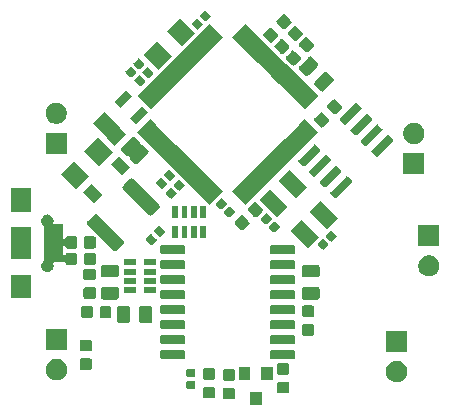
<source format=gbr>
G04 #@! TF.GenerationSoftware,KiCad,Pcbnew,(5.1.6)-1*
G04 #@! TF.CreationDate,2020-09-19T09:47:58+02:00*
G04 #@! TF.ProjectId,ArduinoProMicroUSB,41726475-696e-46f5-9072-6f4d6963726f,rev?*
G04 #@! TF.SameCoordinates,Original*
G04 #@! TF.FileFunction,Soldermask,Top*
G04 #@! TF.FilePolarity,Negative*
%FSLAX46Y46*%
G04 Gerber Fmt 4.6, Leading zero omitted, Abs format (unit mm)*
G04 Created by KiCad (PCBNEW (5.1.6)-1) date 2020-09-19 09:47:58*
%MOMM*%
%LPD*%
G01*
G04 APERTURE LIST*
%ADD10C,0.100000*%
G04 APERTURE END LIST*
D10*
G36*
X173690280Y-75133200D02*
G01*
X172689520Y-75133200D01*
X172689520Y-74030840D01*
X173690280Y-74030840D01*
X173690280Y-75133200D01*
G37*
G36*
X171296191Y-73709085D02*
G01*
X171330169Y-73719393D01*
X171361490Y-73736134D01*
X171388939Y-73758661D01*
X171411466Y-73786110D01*
X171428207Y-73817431D01*
X171438515Y-73851409D01*
X171442600Y-73892890D01*
X171442600Y-74494110D01*
X171438515Y-74535591D01*
X171428207Y-74569569D01*
X171411466Y-74600890D01*
X171388939Y-74628339D01*
X171361490Y-74650866D01*
X171330169Y-74667607D01*
X171296191Y-74677915D01*
X171254710Y-74682000D01*
X170578490Y-74682000D01*
X170537009Y-74677915D01*
X170503031Y-74667607D01*
X170471710Y-74650866D01*
X170444261Y-74628339D01*
X170421734Y-74600890D01*
X170404993Y-74569569D01*
X170394685Y-74535591D01*
X170390600Y-74494110D01*
X170390600Y-73892890D01*
X170394685Y-73851409D01*
X170404993Y-73817431D01*
X170421734Y-73786110D01*
X170444261Y-73758661D01*
X170471710Y-73736134D01*
X170503031Y-73719393D01*
X170537009Y-73709085D01*
X170578490Y-73705000D01*
X171254710Y-73705000D01*
X171296191Y-73709085D01*
G37*
G36*
X169607091Y-73645585D02*
G01*
X169641069Y-73655893D01*
X169672390Y-73672634D01*
X169699839Y-73695161D01*
X169722366Y-73722610D01*
X169739107Y-73753931D01*
X169749415Y-73787909D01*
X169753500Y-73829390D01*
X169753500Y-74430610D01*
X169749415Y-74472091D01*
X169739107Y-74506069D01*
X169722366Y-74537390D01*
X169699839Y-74564839D01*
X169672390Y-74587366D01*
X169641069Y-74604107D01*
X169607091Y-74614415D01*
X169565610Y-74618500D01*
X168889390Y-74618500D01*
X168847909Y-74614415D01*
X168813931Y-74604107D01*
X168782610Y-74587366D01*
X168755161Y-74564839D01*
X168732634Y-74537390D01*
X168715893Y-74506069D01*
X168705585Y-74472091D01*
X168701500Y-74430610D01*
X168701500Y-73829390D01*
X168705585Y-73787909D01*
X168715893Y-73753931D01*
X168732634Y-73722610D01*
X168755161Y-73695161D01*
X168782610Y-73672634D01*
X168813931Y-73655893D01*
X168847909Y-73645585D01*
X168889390Y-73641500D01*
X169565610Y-73641500D01*
X169607091Y-73645585D01*
G37*
G36*
X175893591Y-73213785D02*
G01*
X175927569Y-73224093D01*
X175958890Y-73240834D01*
X175986339Y-73263361D01*
X176008866Y-73290810D01*
X176025607Y-73322131D01*
X176035915Y-73356109D01*
X176040000Y-73397590D01*
X176040000Y-73998810D01*
X176035915Y-74040291D01*
X176025607Y-74074269D01*
X176008866Y-74105590D01*
X175986339Y-74133039D01*
X175958890Y-74155566D01*
X175927569Y-74172307D01*
X175893591Y-74182615D01*
X175852110Y-74186700D01*
X175175890Y-74186700D01*
X175134409Y-74182615D01*
X175100431Y-74172307D01*
X175069110Y-74155566D01*
X175041661Y-74133039D01*
X175019134Y-74105590D01*
X175002393Y-74074269D01*
X174992085Y-74040291D01*
X174988000Y-73998810D01*
X174988000Y-73397590D01*
X174992085Y-73356109D01*
X175002393Y-73322131D01*
X175019134Y-73290810D01*
X175041661Y-73263361D01*
X175069110Y-73240834D01*
X175100431Y-73224093D01*
X175134409Y-73213785D01*
X175175890Y-73209700D01*
X175852110Y-73209700D01*
X175893591Y-73213785D01*
G37*
G36*
X167985438Y-73103216D02*
G01*
X168006057Y-73109471D01*
X168025053Y-73119624D01*
X168041708Y-73133292D01*
X168055376Y-73149947D01*
X168065529Y-73168943D01*
X168071784Y-73189562D01*
X168074500Y-73217140D01*
X168074500Y-73675860D01*
X168071784Y-73703438D01*
X168065529Y-73724057D01*
X168055376Y-73743053D01*
X168041708Y-73759708D01*
X168025053Y-73773376D01*
X168006057Y-73783529D01*
X167985438Y-73789784D01*
X167957860Y-73792500D01*
X167449140Y-73792500D01*
X167421562Y-73789784D01*
X167400943Y-73783529D01*
X167381947Y-73773376D01*
X167365292Y-73759708D01*
X167351624Y-73743053D01*
X167341471Y-73724057D01*
X167335216Y-73703438D01*
X167332500Y-73675860D01*
X167332500Y-73217140D01*
X167335216Y-73189562D01*
X167341471Y-73168943D01*
X167351624Y-73149947D01*
X167365292Y-73133292D01*
X167381947Y-73119624D01*
X167400943Y-73109471D01*
X167421562Y-73103216D01*
X167449140Y-73100500D01*
X167957860Y-73100500D01*
X167985438Y-73103216D01*
G37*
G36*
X185241412Y-71443127D02*
G01*
X185390712Y-71472824D01*
X185554684Y-71540744D01*
X185702254Y-71639347D01*
X185827753Y-71764846D01*
X185926356Y-71912416D01*
X185994276Y-72076388D01*
X186028900Y-72250459D01*
X186028900Y-72427941D01*
X185994276Y-72602012D01*
X185926356Y-72765984D01*
X185827753Y-72913554D01*
X185702254Y-73039053D01*
X185554684Y-73137656D01*
X185390712Y-73205576D01*
X185241412Y-73235273D01*
X185216642Y-73240200D01*
X185039158Y-73240200D01*
X185014388Y-73235273D01*
X184865088Y-73205576D01*
X184701116Y-73137656D01*
X184553546Y-73039053D01*
X184428047Y-72913554D01*
X184329444Y-72765984D01*
X184261524Y-72602012D01*
X184226900Y-72427941D01*
X184226900Y-72250459D01*
X184261524Y-72076388D01*
X184329444Y-71912416D01*
X184428047Y-71764846D01*
X184553546Y-71639347D01*
X184701116Y-71540744D01*
X184865088Y-71472824D01*
X185014388Y-71443127D01*
X185039158Y-71438200D01*
X185216642Y-71438200D01*
X185241412Y-71443127D01*
G37*
G36*
X171296191Y-72134085D02*
G01*
X171330169Y-72144393D01*
X171361490Y-72161134D01*
X171388939Y-72183661D01*
X171411466Y-72211110D01*
X171428207Y-72242431D01*
X171438515Y-72276409D01*
X171442600Y-72317890D01*
X171442600Y-72919110D01*
X171438515Y-72960591D01*
X171428207Y-72994569D01*
X171411466Y-73025890D01*
X171388939Y-73053339D01*
X171361490Y-73075866D01*
X171330169Y-73092607D01*
X171296191Y-73102915D01*
X171254710Y-73107000D01*
X170578490Y-73107000D01*
X170537009Y-73102915D01*
X170503031Y-73092607D01*
X170471710Y-73075866D01*
X170444261Y-73053339D01*
X170421734Y-73025890D01*
X170404993Y-72994569D01*
X170394685Y-72960591D01*
X170390600Y-72919110D01*
X170390600Y-72317890D01*
X170394685Y-72276409D01*
X170404993Y-72242431D01*
X170421734Y-72211110D01*
X170444261Y-72183661D01*
X170471710Y-72161134D01*
X170503031Y-72144393D01*
X170537009Y-72134085D01*
X170578490Y-72130000D01*
X171254710Y-72130000D01*
X171296191Y-72134085D01*
G37*
G36*
X156437812Y-71278027D02*
G01*
X156587112Y-71307724D01*
X156751084Y-71375644D01*
X156898654Y-71474247D01*
X157024153Y-71599746D01*
X157122756Y-71747316D01*
X157190676Y-71911288D01*
X157225300Y-72085359D01*
X157225300Y-72262841D01*
X157190676Y-72436912D01*
X157122756Y-72600884D01*
X157024153Y-72748454D01*
X156898654Y-72873953D01*
X156751084Y-72972556D01*
X156587112Y-73040476D01*
X156459615Y-73065836D01*
X156413042Y-73075100D01*
X156235558Y-73075100D01*
X156188985Y-73065836D01*
X156061488Y-73040476D01*
X155897516Y-72972556D01*
X155749946Y-72873953D01*
X155624447Y-72748454D01*
X155525844Y-72600884D01*
X155457924Y-72436912D01*
X155423300Y-72262841D01*
X155423300Y-72085359D01*
X155457924Y-71911288D01*
X155525844Y-71747316D01*
X155624447Y-71599746D01*
X155749946Y-71474247D01*
X155897516Y-71375644D01*
X156061488Y-71307724D01*
X156210788Y-71278027D01*
X156235558Y-71273100D01*
X156413042Y-71273100D01*
X156437812Y-71278027D01*
G37*
G36*
X169607091Y-72070585D02*
G01*
X169641069Y-72080893D01*
X169672390Y-72097634D01*
X169699839Y-72120161D01*
X169722366Y-72147610D01*
X169739107Y-72178931D01*
X169749415Y-72212909D01*
X169753500Y-72254390D01*
X169753500Y-72855610D01*
X169749415Y-72897091D01*
X169739107Y-72931069D01*
X169722366Y-72962390D01*
X169699839Y-72989839D01*
X169672390Y-73012366D01*
X169641069Y-73029107D01*
X169607091Y-73039415D01*
X169565610Y-73043500D01*
X168889390Y-73043500D01*
X168847909Y-73039415D01*
X168813931Y-73029107D01*
X168782610Y-73012366D01*
X168755161Y-72989839D01*
X168732634Y-72962390D01*
X168715893Y-72931069D01*
X168705585Y-72897091D01*
X168701500Y-72855610D01*
X168701500Y-72254390D01*
X168705585Y-72212909D01*
X168715893Y-72178931D01*
X168732634Y-72147610D01*
X168755161Y-72120161D01*
X168782610Y-72097634D01*
X168813931Y-72080893D01*
X168847909Y-72070585D01*
X168889390Y-72066500D01*
X169565610Y-72066500D01*
X169607091Y-72070585D01*
G37*
G36*
X174640240Y-73035160D02*
G01*
X173639480Y-73035160D01*
X173639480Y-71932800D01*
X174640240Y-71932800D01*
X174640240Y-73035160D01*
G37*
G36*
X172740320Y-73035160D02*
G01*
X171739560Y-73035160D01*
X171739560Y-71932800D01*
X172740320Y-71932800D01*
X172740320Y-73035160D01*
G37*
G36*
X167985438Y-72133216D02*
G01*
X168006057Y-72139471D01*
X168025053Y-72149624D01*
X168041708Y-72163292D01*
X168055376Y-72179947D01*
X168065529Y-72198943D01*
X168071784Y-72219562D01*
X168074500Y-72247140D01*
X168074500Y-72705860D01*
X168071784Y-72733438D01*
X168065529Y-72754057D01*
X168055376Y-72773053D01*
X168041708Y-72789708D01*
X168025053Y-72803376D01*
X168006057Y-72813529D01*
X167985438Y-72819784D01*
X167957860Y-72822500D01*
X167449140Y-72822500D01*
X167421562Y-72819784D01*
X167400943Y-72813529D01*
X167381947Y-72803376D01*
X167365292Y-72789708D01*
X167351624Y-72773053D01*
X167341471Y-72754057D01*
X167335216Y-72733438D01*
X167332500Y-72705860D01*
X167332500Y-72247140D01*
X167335216Y-72219562D01*
X167341471Y-72198943D01*
X167351624Y-72179947D01*
X167365292Y-72163292D01*
X167381947Y-72149624D01*
X167400943Y-72139471D01*
X167421562Y-72133216D01*
X167449140Y-72130500D01*
X167957860Y-72130500D01*
X167985438Y-72133216D01*
G37*
G36*
X175893591Y-71638785D02*
G01*
X175927569Y-71649093D01*
X175958890Y-71665834D01*
X175986339Y-71688361D01*
X176008866Y-71715810D01*
X176025607Y-71747131D01*
X176035915Y-71781109D01*
X176040000Y-71822590D01*
X176040000Y-72423810D01*
X176035915Y-72465291D01*
X176025607Y-72499269D01*
X176008866Y-72530590D01*
X175986339Y-72558039D01*
X175958890Y-72580566D01*
X175927569Y-72597307D01*
X175893591Y-72607615D01*
X175852110Y-72611700D01*
X175175890Y-72611700D01*
X175134409Y-72607615D01*
X175100431Y-72597307D01*
X175069110Y-72580566D01*
X175041661Y-72558039D01*
X175019134Y-72530590D01*
X175002393Y-72499269D01*
X174992085Y-72465291D01*
X174988000Y-72423810D01*
X174988000Y-71822590D01*
X174992085Y-71781109D01*
X175002393Y-71747131D01*
X175019134Y-71715810D01*
X175041661Y-71688361D01*
X175069110Y-71665834D01*
X175100431Y-71649093D01*
X175134409Y-71638785D01*
X175175890Y-71634700D01*
X175852110Y-71634700D01*
X175893591Y-71638785D01*
G37*
G36*
X159193091Y-71232585D02*
G01*
X159227069Y-71242893D01*
X159258390Y-71259634D01*
X159285839Y-71282161D01*
X159308366Y-71309610D01*
X159325107Y-71340931D01*
X159335415Y-71374909D01*
X159339500Y-71416390D01*
X159339500Y-72017610D01*
X159335415Y-72059091D01*
X159325107Y-72093069D01*
X159308366Y-72124390D01*
X159285839Y-72151839D01*
X159258390Y-72174366D01*
X159227069Y-72191107D01*
X159193091Y-72201415D01*
X159151610Y-72205500D01*
X158475390Y-72205500D01*
X158433909Y-72201415D01*
X158399931Y-72191107D01*
X158368610Y-72174366D01*
X158341161Y-72151839D01*
X158318634Y-72124390D01*
X158301893Y-72093069D01*
X158291585Y-72059091D01*
X158287500Y-72017610D01*
X158287500Y-71416390D01*
X158291585Y-71374909D01*
X158301893Y-71340931D01*
X158318634Y-71309610D01*
X158341161Y-71282161D01*
X158368610Y-71259634D01*
X158399931Y-71242893D01*
X158433909Y-71232585D01*
X158475390Y-71228500D01*
X159151610Y-71228500D01*
X159193091Y-71232585D01*
G37*
G36*
X176449928Y-70555864D02*
G01*
X176471009Y-70562260D01*
X176490445Y-70572648D01*
X176507476Y-70586624D01*
X176521452Y-70603655D01*
X176531840Y-70623091D01*
X176538236Y-70644172D01*
X176541000Y-70672240D01*
X176541000Y-71135960D01*
X176538236Y-71164028D01*
X176531840Y-71185109D01*
X176521452Y-71204545D01*
X176507476Y-71221576D01*
X176490445Y-71235552D01*
X176471009Y-71245940D01*
X176449928Y-71252336D01*
X176421860Y-71255100D01*
X174508140Y-71255100D01*
X174480072Y-71252336D01*
X174458991Y-71245940D01*
X174439555Y-71235552D01*
X174422524Y-71221576D01*
X174408548Y-71204545D01*
X174398160Y-71185109D01*
X174391764Y-71164028D01*
X174389000Y-71135960D01*
X174389000Y-70672240D01*
X174391764Y-70644172D01*
X174398160Y-70623091D01*
X174408548Y-70603655D01*
X174422524Y-70586624D01*
X174439555Y-70572648D01*
X174458991Y-70562260D01*
X174480072Y-70555864D01*
X174508140Y-70553100D01*
X176421860Y-70553100D01*
X176449928Y-70555864D01*
G37*
G36*
X167149928Y-70555864D02*
G01*
X167171009Y-70562260D01*
X167190445Y-70572648D01*
X167207476Y-70586624D01*
X167221452Y-70603655D01*
X167231840Y-70623091D01*
X167238236Y-70644172D01*
X167241000Y-70672240D01*
X167241000Y-71135960D01*
X167238236Y-71164028D01*
X167231840Y-71185109D01*
X167221452Y-71204545D01*
X167207476Y-71221576D01*
X167190445Y-71235552D01*
X167171009Y-71245940D01*
X167149928Y-71252336D01*
X167121860Y-71255100D01*
X165208140Y-71255100D01*
X165180072Y-71252336D01*
X165158991Y-71245940D01*
X165139555Y-71235552D01*
X165122524Y-71221576D01*
X165108548Y-71204545D01*
X165098160Y-71185109D01*
X165091764Y-71164028D01*
X165089000Y-71135960D01*
X165089000Y-70672240D01*
X165091764Y-70644172D01*
X165098160Y-70623091D01*
X165108548Y-70603655D01*
X165122524Y-70586624D01*
X165139555Y-70572648D01*
X165158991Y-70562260D01*
X165180072Y-70555864D01*
X165208140Y-70553100D01*
X167121860Y-70553100D01*
X167149928Y-70555864D01*
G37*
G36*
X186028900Y-70700200D02*
G01*
X184226900Y-70700200D01*
X184226900Y-68898200D01*
X186028900Y-68898200D01*
X186028900Y-70700200D01*
G37*
G36*
X159193091Y-69657585D02*
G01*
X159227069Y-69667893D01*
X159258390Y-69684634D01*
X159285839Y-69707161D01*
X159308366Y-69734610D01*
X159325107Y-69765931D01*
X159335415Y-69799909D01*
X159339500Y-69841390D01*
X159339500Y-70442610D01*
X159335415Y-70484091D01*
X159325107Y-70518069D01*
X159308366Y-70549390D01*
X159285839Y-70576839D01*
X159258390Y-70599366D01*
X159227069Y-70616107D01*
X159193091Y-70626415D01*
X159151610Y-70630500D01*
X158475390Y-70630500D01*
X158433909Y-70626415D01*
X158399931Y-70616107D01*
X158368610Y-70599366D01*
X158341161Y-70576839D01*
X158318634Y-70549390D01*
X158301893Y-70518069D01*
X158291585Y-70484091D01*
X158287500Y-70442610D01*
X158287500Y-69841390D01*
X158291585Y-69799909D01*
X158301893Y-69765931D01*
X158318634Y-69734610D01*
X158341161Y-69707161D01*
X158368610Y-69684634D01*
X158399931Y-69667893D01*
X158433909Y-69657585D01*
X158475390Y-69653500D01*
X159151610Y-69653500D01*
X159193091Y-69657585D01*
G37*
G36*
X157225300Y-70535100D02*
G01*
X155423300Y-70535100D01*
X155423300Y-68733100D01*
X157225300Y-68733100D01*
X157225300Y-70535100D01*
G37*
G36*
X176449928Y-69285864D02*
G01*
X176471009Y-69292260D01*
X176490445Y-69302648D01*
X176507476Y-69316624D01*
X176521452Y-69333655D01*
X176531840Y-69353091D01*
X176538236Y-69374172D01*
X176541000Y-69402240D01*
X176541000Y-69865960D01*
X176538236Y-69894028D01*
X176531840Y-69915109D01*
X176521452Y-69934545D01*
X176507476Y-69951576D01*
X176490445Y-69965552D01*
X176471009Y-69975940D01*
X176449928Y-69982336D01*
X176421860Y-69985100D01*
X174508140Y-69985100D01*
X174480072Y-69982336D01*
X174458991Y-69975940D01*
X174439555Y-69965552D01*
X174422524Y-69951576D01*
X174408548Y-69934545D01*
X174398160Y-69915109D01*
X174391764Y-69894028D01*
X174389000Y-69865960D01*
X174389000Y-69402240D01*
X174391764Y-69374172D01*
X174398160Y-69353091D01*
X174408548Y-69333655D01*
X174422524Y-69316624D01*
X174439555Y-69302648D01*
X174458991Y-69292260D01*
X174480072Y-69285864D01*
X174508140Y-69283100D01*
X176421860Y-69283100D01*
X176449928Y-69285864D01*
G37*
G36*
X167149928Y-69285864D02*
G01*
X167171009Y-69292260D01*
X167190445Y-69302648D01*
X167207476Y-69316624D01*
X167221452Y-69333655D01*
X167231840Y-69353091D01*
X167238236Y-69374172D01*
X167241000Y-69402240D01*
X167241000Y-69865960D01*
X167238236Y-69894028D01*
X167231840Y-69915109D01*
X167221452Y-69934545D01*
X167207476Y-69951576D01*
X167190445Y-69965552D01*
X167171009Y-69975940D01*
X167149928Y-69982336D01*
X167121860Y-69985100D01*
X165208140Y-69985100D01*
X165180072Y-69982336D01*
X165158991Y-69975940D01*
X165139555Y-69965552D01*
X165122524Y-69951576D01*
X165108548Y-69934545D01*
X165098160Y-69915109D01*
X165091764Y-69894028D01*
X165089000Y-69865960D01*
X165089000Y-69402240D01*
X165091764Y-69374172D01*
X165098160Y-69353091D01*
X165108548Y-69333655D01*
X165122524Y-69316624D01*
X165139555Y-69302648D01*
X165158991Y-69292260D01*
X165180072Y-69285864D01*
X165208140Y-69283100D01*
X167121860Y-69283100D01*
X167149928Y-69285864D01*
G37*
G36*
X178014491Y-68324285D02*
G01*
X178048469Y-68334593D01*
X178079790Y-68351334D01*
X178107239Y-68373861D01*
X178129766Y-68401310D01*
X178146507Y-68432631D01*
X178156815Y-68466609D01*
X178160900Y-68508090D01*
X178160900Y-69109310D01*
X178156815Y-69150791D01*
X178146507Y-69184769D01*
X178129766Y-69216090D01*
X178107239Y-69243539D01*
X178079790Y-69266066D01*
X178048469Y-69282807D01*
X178014491Y-69293115D01*
X177973010Y-69297200D01*
X177296790Y-69297200D01*
X177255309Y-69293115D01*
X177221331Y-69282807D01*
X177190010Y-69266066D01*
X177162561Y-69243539D01*
X177140034Y-69216090D01*
X177123293Y-69184769D01*
X177112985Y-69150791D01*
X177108900Y-69109310D01*
X177108900Y-68508090D01*
X177112985Y-68466609D01*
X177123293Y-68432631D01*
X177140034Y-68401310D01*
X177162561Y-68373861D01*
X177190010Y-68351334D01*
X177221331Y-68334593D01*
X177255309Y-68324285D01*
X177296790Y-68320200D01*
X177973010Y-68320200D01*
X178014491Y-68324285D01*
G37*
G36*
X167149928Y-68015864D02*
G01*
X167171009Y-68022260D01*
X167190445Y-68032648D01*
X167207476Y-68046624D01*
X167221452Y-68063655D01*
X167231840Y-68083091D01*
X167238236Y-68104172D01*
X167241000Y-68132240D01*
X167241000Y-68595960D01*
X167238236Y-68624028D01*
X167231840Y-68645109D01*
X167221452Y-68664545D01*
X167207476Y-68681576D01*
X167190445Y-68695552D01*
X167171009Y-68705940D01*
X167149928Y-68712336D01*
X167121860Y-68715100D01*
X165208140Y-68715100D01*
X165180072Y-68712336D01*
X165158991Y-68705940D01*
X165139555Y-68695552D01*
X165122524Y-68681576D01*
X165108548Y-68664545D01*
X165098160Y-68645109D01*
X165091764Y-68624028D01*
X165089000Y-68595960D01*
X165089000Y-68132240D01*
X165091764Y-68104172D01*
X165098160Y-68083091D01*
X165108548Y-68063655D01*
X165122524Y-68046624D01*
X165139555Y-68032648D01*
X165158991Y-68022260D01*
X165180072Y-68015864D01*
X165208140Y-68013100D01*
X167121860Y-68013100D01*
X167149928Y-68015864D01*
G37*
G36*
X176449928Y-68015864D02*
G01*
X176471009Y-68022260D01*
X176490445Y-68032648D01*
X176507476Y-68046624D01*
X176521452Y-68063655D01*
X176531840Y-68083091D01*
X176538236Y-68104172D01*
X176541000Y-68132240D01*
X176541000Y-68595960D01*
X176538236Y-68624028D01*
X176531840Y-68645109D01*
X176521452Y-68664545D01*
X176507476Y-68681576D01*
X176490445Y-68695552D01*
X176471009Y-68705940D01*
X176449928Y-68712336D01*
X176421860Y-68715100D01*
X174508140Y-68715100D01*
X174480072Y-68712336D01*
X174458991Y-68705940D01*
X174439555Y-68695552D01*
X174422524Y-68681576D01*
X174408548Y-68664545D01*
X174398160Y-68645109D01*
X174391764Y-68624028D01*
X174389000Y-68595960D01*
X174389000Y-68132240D01*
X174391764Y-68104172D01*
X174398160Y-68083091D01*
X174408548Y-68063655D01*
X174422524Y-68046624D01*
X174439555Y-68032648D01*
X174458991Y-68022260D01*
X174480072Y-68015864D01*
X174508140Y-68013100D01*
X176421860Y-68013100D01*
X176449928Y-68015864D01*
G37*
G36*
X164250468Y-66754065D02*
G01*
X164289138Y-66765796D01*
X164324777Y-66784846D01*
X164356017Y-66810483D01*
X164381654Y-66841723D01*
X164400704Y-66877362D01*
X164412435Y-66916032D01*
X164417000Y-66962388D01*
X164417000Y-68038612D01*
X164412435Y-68084968D01*
X164400704Y-68123638D01*
X164381654Y-68159277D01*
X164356017Y-68190517D01*
X164324777Y-68216154D01*
X164289138Y-68235204D01*
X164250468Y-68246935D01*
X164204112Y-68251500D01*
X163552888Y-68251500D01*
X163506532Y-68246935D01*
X163467862Y-68235204D01*
X163432223Y-68216154D01*
X163400983Y-68190517D01*
X163375346Y-68159277D01*
X163356296Y-68123638D01*
X163344565Y-68084968D01*
X163340000Y-68038612D01*
X163340000Y-66962388D01*
X163344565Y-66916032D01*
X163356296Y-66877362D01*
X163375346Y-66841723D01*
X163400983Y-66810483D01*
X163432223Y-66784846D01*
X163467862Y-66765796D01*
X163506532Y-66754065D01*
X163552888Y-66749500D01*
X164204112Y-66749500D01*
X164250468Y-66754065D01*
G37*
G36*
X162375468Y-66754065D02*
G01*
X162414138Y-66765796D01*
X162449777Y-66784846D01*
X162481017Y-66810483D01*
X162506654Y-66841723D01*
X162525704Y-66877362D01*
X162537435Y-66916032D01*
X162542000Y-66962388D01*
X162542000Y-68038612D01*
X162537435Y-68084968D01*
X162525704Y-68123638D01*
X162506654Y-68159277D01*
X162481017Y-68190517D01*
X162449777Y-68216154D01*
X162414138Y-68235204D01*
X162375468Y-68246935D01*
X162329112Y-68251500D01*
X161677888Y-68251500D01*
X161631532Y-68246935D01*
X161592862Y-68235204D01*
X161557223Y-68216154D01*
X161525983Y-68190517D01*
X161500346Y-68159277D01*
X161481296Y-68123638D01*
X161469565Y-68084968D01*
X161465000Y-68038612D01*
X161465000Y-66962388D01*
X161469565Y-66916032D01*
X161481296Y-66877362D01*
X161500346Y-66841723D01*
X161525983Y-66810483D01*
X161557223Y-66784846D01*
X161592862Y-66765796D01*
X161631532Y-66754065D01*
X161677888Y-66749500D01*
X162329112Y-66749500D01*
X162375468Y-66754065D01*
G37*
G36*
X159257091Y-66788085D02*
G01*
X159291069Y-66798393D01*
X159322390Y-66815134D01*
X159349839Y-66837661D01*
X159372366Y-66865110D01*
X159389107Y-66896431D01*
X159399415Y-66930409D01*
X159403500Y-66971890D01*
X159403500Y-67648110D01*
X159399415Y-67689591D01*
X159389107Y-67723569D01*
X159372366Y-67754890D01*
X159349839Y-67782339D01*
X159322390Y-67804866D01*
X159291069Y-67821607D01*
X159257091Y-67831915D01*
X159215610Y-67836000D01*
X158614390Y-67836000D01*
X158572909Y-67831915D01*
X158538931Y-67821607D01*
X158507610Y-67804866D01*
X158480161Y-67782339D01*
X158457634Y-67754890D01*
X158440893Y-67723569D01*
X158430585Y-67689591D01*
X158426500Y-67648110D01*
X158426500Y-66971890D01*
X158430585Y-66930409D01*
X158440893Y-66896431D01*
X158457634Y-66865110D01*
X158480161Y-66837661D01*
X158507610Y-66815134D01*
X158538931Y-66798393D01*
X158572909Y-66788085D01*
X158614390Y-66784000D01*
X159215610Y-66784000D01*
X159257091Y-66788085D01*
G37*
G36*
X160832091Y-66788085D02*
G01*
X160866069Y-66798393D01*
X160897390Y-66815134D01*
X160924839Y-66837661D01*
X160947366Y-66865110D01*
X160964107Y-66896431D01*
X160974415Y-66930409D01*
X160978500Y-66971890D01*
X160978500Y-67648110D01*
X160974415Y-67689591D01*
X160964107Y-67723569D01*
X160947366Y-67754890D01*
X160924839Y-67782339D01*
X160897390Y-67804866D01*
X160866069Y-67821607D01*
X160832091Y-67831915D01*
X160790610Y-67836000D01*
X160189390Y-67836000D01*
X160147909Y-67831915D01*
X160113931Y-67821607D01*
X160082610Y-67804866D01*
X160055161Y-67782339D01*
X160032634Y-67754890D01*
X160015893Y-67723569D01*
X160005585Y-67689591D01*
X160001500Y-67648110D01*
X160001500Y-66971890D01*
X160005585Y-66930409D01*
X160015893Y-66896431D01*
X160032634Y-66865110D01*
X160055161Y-66837661D01*
X160082610Y-66815134D01*
X160113931Y-66798393D01*
X160147909Y-66788085D01*
X160189390Y-66784000D01*
X160790610Y-66784000D01*
X160832091Y-66788085D01*
G37*
G36*
X178014491Y-66749285D02*
G01*
X178048469Y-66759593D01*
X178079790Y-66776334D01*
X178107239Y-66798861D01*
X178129766Y-66826310D01*
X178146507Y-66857631D01*
X178156815Y-66891609D01*
X178160900Y-66933090D01*
X178160900Y-67534310D01*
X178156815Y-67575791D01*
X178146507Y-67609769D01*
X178129766Y-67641090D01*
X178107239Y-67668539D01*
X178079790Y-67691066D01*
X178048469Y-67707807D01*
X178014491Y-67718115D01*
X177973010Y-67722200D01*
X177296790Y-67722200D01*
X177255309Y-67718115D01*
X177221331Y-67707807D01*
X177190010Y-67691066D01*
X177162561Y-67668539D01*
X177140034Y-67641090D01*
X177123293Y-67609769D01*
X177112985Y-67575791D01*
X177108900Y-67534310D01*
X177108900Y-66933090D01*
X177112985Y-66891609D01*
X177123293Y-66857631D01*
X177140034Y-66826310D01*
X177162561Y-66798861D01*
X177190010Y-66776334D01*
X177221331Y-66759593D01*
X177255309Y-66749285D01*
X177296790Y-66745200D01*
X177973010Y-66745200D01*
X178014491Y-66749285D01*
G37*
G36*
X176449928Y-66745864D02*
G01*
X176471009Y-66752260D01*
X176490445Y-66762648D01*
X176507476Y-66776624D01*
X176521452Y-66793655D01*
X176531840Y-66813091D01*
X176538236Y-66834172D01*
X176541000Y-66862240D01*
X176541000Y-67325960D01*
X176538236Y-67354028D01*
X176531840Y-67375109D01*
X176521452Y-67394545D01*
X176507476Y-67411576D01*
X176490445Y-67425552D01*
X176471009Y-67435940D01*
X176449928Y-67442336D01*
X176421860Y-67445100D01*
X174508140Y-67445100D01*
X174480072Y-67442336D01*
X174458991Y-67435940D01*
X174439555Y-67425552D01*
X174422524Y-67411576D01*
X174408548Y-67394545D01*
X174398160Y-67375109D01*
X174391764Y-67354028D01*
X174389000Y-67325960D01*
X174389000Y-66862240D01*
X174391764Y-66834172D01*
X174398160Y-66813091D01*
X174408548Y-66793655D01*
X174422524Y-66776624D01*
X174439555Y-66762648D01*
X174458991Y-66752260D01*
X174480072Y-66745864D01*
X174508140Y-66743100D01*
X176421860Y-66743100D01*
X176449928Y-66745864D01*
G37*
G36*
X167149928Y-66745864D02*
G01*
X167171009Y-66752260D01*
X167190445Y-66762648D01*
X167207476Y-66776624D01*
X167221452Y-66793655D01*
X167231840Y-66813091D01*
X167238236Y-66834172D01*
X167241000Y-66862240D01*
X167241000Y-67325960D01*
X167238236Y-67354028D01*
X167231840Y-67375109D01*
X167221452Y-67394545D01*
X167207476Y-67411576D01*
X167190445Y-67425552D01*
X167171009Y-67435940D01*
X167149928Y-67442336D01*
X167121860Y-67445100D01*
X165208140Y-67445100D01*
X165180072Y-67442336D01*
X165158991Y-67435940D01*
X165139555Y-67425552D01*
X165122524Y-67411576D01*
X165108548Y-67394545D01*
X165098160Y-67375109D01*
X165091764Y-67354028D01*
X165089000Y-67325960D01*
X165089000Y-66862240D01*
X165091764Y-66834172D01*
X165098160Y-66813091D01*
X165108548Y-66793655D01*
X165122524Y-66776624D01*
X165139555Y-66762648D01*
X165158991Y-66752260D01*
X165180072Y-66745864D01*
X165208140Y-66743100D01*
X167121860Y-66743100D01*
X167149928Y-66745864D01*
G37*
G36*
X178435268Y-65173565D02*
G01*
X178473938Y-65185296D01*
X178509577Y-65204346D01*
X178540817Y-65229983D01*
X178566454Y-65261223D01*
X178585504Y-65296862D01*
X178597235Y-65335532D01*
X178601800Y-65381888D01*
X178601800Y-66033112D01*
X178597235Y-66079468D01*
X178585504Y-66118138D01*
X178566454Y-66153777D01*
X178540817Y-66185017D01*
X178509577Y-66210654D01*
X178473938Y-66229704D01*
X178435268Y-66241435D01*
X178388912Y-66246000D01*
X177312688Y-66246000D01*
X177266332Y-66241435D01*
X177227662Y-66229704D01*
X177192023Y-66210654D01*
X177160783Y-66185017D01*
X177135146Y-66153777D01*
X177116096Y-66118138D01*
X177104365Y-66079468D01*
X177099800Y-66033112D01*
X177099800Y-65381888D01*
X177104365Y-65335532D01*
X177116096Y-65296862D01*
X177135146Y-65261223D01*
X177160783Y-65229983D01*
X177192023Y-65204346D01*
X177227662Y-65185296D01*
X177266332Y-65173565D01*
X177312688Y-65169000D01*
X178388912Y-65169000D01*
X178435268Y-65173565D01*
G37*
G36*
X161429968Y-65173565D02*
G01*
X161468638Y-65185296D01*
X161504277Y-65204346D01*
X161535517Y-65229983D01*
X161561154Y-65261223D01*
X161580204Y-65296862D01*
X161591935Y-65335532D01*
X161596500Y-65381888D01*
X161596500Y-66033112D01*
X161591935Y-66079468D01*
X161580204Y-66118138D01*
X161561154Y-66153777D01*
X161535517Y-66185017D01*
X161504277Y-66210654D01*
X161468638Y-66229704D01*
X161429968Y-66241435D01*
X161383612Y-66246000D01*
X160307388Y-66246000D01*
X160261032Y-66241435D01*
X160222362Y-66229704D01*
X160186723Y-66210654D01*
X160155483Y-66185017D01*
X160129846Y-66153777D01*
X160110796Y-66118138D01*
X160099065Y-66079468D01*
X160094500Y-66033112D01*
X160094500Y-65381888D01*
X160099065Y-65335532D01*
X160110796Y-65296862D01*
X160129846Y-65261223D01*
X160155483Y-65229983D01*
X160186723Y-65204346D01*
X160222362Y-65185296D01*
X160261032Y-65173565D01*
X160307388Y-65169000D01*
X161383612Y-65169000D01*
X161429968Y-65173565D01*
G37*
G36*
X167149928Y-65475864D02*
G01*
X167171009Y-65482260D01*
X167190445Y-65492648D01*
X167207476Y-65506624D01*
X167221452Y-65523655D01*
X167231840Y-65543091D01*
X167238236Y-65564172D01*
X167241000Y-65592240D01*
X167241000Y-66055960D01*
X167238236Y-66084028D01*
X167231840Y-66105109D01*
X167221452Y-66124545D01*
X167207476Y-66141576D01*
X167190445Y-66155552D01*
X167171009Y-66165940D01*
X167149928Y-66172336D01*
X167121860Y-66175100D01*
X165208140Y-66175100D01*
X165180072Y-66172336D01*
X165158991Y-66165940D01*
X165139555Y-66155552D01*
X165122524Y-66141576D01*
X165108548Y-66124545D01*
X165098160Y-66105109D01*
X165091764Y-66084028D01*
X165089000Y-66055960D01*
X165089000Y-65592240D01*
X165091764Y-65564172D01*
X165098160Y-65543091D01*
X165108548Y-65523655D01*
X165122524Y-65506624D01*
X165139555Y-65492648D01*
X165158991Y-65482260D01*
X165180072Y-65475864D01*
X165208140Y-65473100D01*
X167121860Y-65473100D01*
X167149928Y-65475864D01*
G37*
G36*
X176449928Y-65475864D02*
G01*
X176471009Y-65482260D01*
X176490445Y-65492648D01*
X176507476Y-65506624D01*
X176521452Y-65523655D01*
X176531840Y-65543091D01*
X176538236Y-65564172D01*
X176541000Y-65592240D01*
X176541000Y-66055960D01*
X176538236Y-66084028D01*
X176531840Y-66105109D01*
X176521452Y-66124545D01*
X176507476Y-66141576D01*
X176490445Y-66155552D01*
X176471009Y-66165940D01*
X176449928Y-66172336D01*
X176421860Y-66175100D01*
X174508140Y-66175100D01*
X174480072Y-66172336D01*
X174458991Y-66165940D01*
X174439555Y-66155552D01*
X174422524Y-66141576D01*
X174408548Y-66124545D01*
X174398160Y-66105109D01*
X174391764Y-66084028D01*
X174389000Y-66055960D01*
X174389000Y-65592240D01*
X174391764Y-65564172D01*
X174398160Y-65543091D01*
X174408548Y-65523655D01*
X174422524Y-65506624D01*
X174439555Y-65492648D01*
X174458991Y-65482260D01*
X174480072Y-65475864D01*
X174508140Y-65473100D01*
X176421860Y-65473100D01*
X176449928Y-65475864D01*
G37*
G36*
X159510591Y-65200085D02*
G01*
X159544569Y-65210393D01*
X159575890Y-65227134D01*
X159603339Y-65249661D01*
X159625866Y-65277110D01*
X159642607Y-65308431D01*
X159652915Y-65342409D01*
X159657000Y-65383890D01*
X159657000Y-65985110D01*
X159652915Y-66026591D01*
X159642607Y-66060569D01*
X159625866Y-66091890D01*
X159603339Y-66119339D01*
X159575890Y-66141866D01*
X159544569Y-66158607D01*
X159510591Y-66168915D01*
X159469110Y-66173000D01*
X158792890Y-66173000D01*
X158751409Y-66168915D01*
X158717431Y-66158607D01*
X158686110Y-66141866D01*
X158658661Y-66119339D01*
X158636134Y-66091890D01*
X158619393Y-66060569D01*
X158609085Y-66026591D01*
X158605000Y-65985110D01*
X158605000Y-65383890D01*
X158609085Y-65342409D01*
X158619393Y-65308431D01*
X158636134Y-65277110D01*
X158658661Y-65249661D01*
X158686110Y-65227134D01*
X158717431Y-65210393D01*
X158751409Y-65200085D01*
X158792890Y-65196000D01*
X159469110Y-65196000D01*
X159510591Y-65200085D01*
G37*
G36*
X154203400Y-66146680D02*
G01*
X152501600Y-66146680D01*
X152501600Y-64145160D01*
X154203400Y-64145160D01*
X154203400Y-66146680D01*
G37*
G36*
X164736500Y-65725700D02*
G01*
X163734500Y-65725700D01*
X163734500Y-65223700D01*
X164736500Y-65223700D01*
X164736500Y-65725700D01*
G37*
G36*
X163036500Y-65725700D02*
G01*
X162034500Y-65725700D01*
X162034500Y-65223700D01*
X163036500Y-65223700D01*
X163036500Y-65725700D01*
G37*
G36*
X164736500Y-64925700D02*
G01*
X163734500Y-64925700D01*
X163734500Y-64423700D01*
X164736500Y-64423700D01*
X164736500Y-64925700D01*
G37*
G36*
X163036500Y-64925700D02*
G01*
X162034500Y-64925700D01*
X162034500Y-64423700D01*
X163036500Y-64423700D01*
X163036500Y-64925700D01*
G37*
G36*
X176449928Y-64205864D02*
G01*
X176471009Y-64212260D01*
X176490445Y-64222648D01*
X176507476Y-64236624D01*
X176521452Y-64253655D01*
X176531840Y-64273091D01*
X176538236Y-64294172D01*
X176541000Y-64322240D01*
X176541000Y-64785960D01*
X176538236Y-64814028D01*
X176531840Y-64835109D01*
X176521452Y-64854545D01*
X176507476Y-64871576D01*
X176490445Y-64885552D01*
X176471009Y-64895940D01*
X176449928Y-64902336D01*
X176421860Y-64905100D01*
X174508140Y-64905100D01*
X174480072Y-64902336D01*
X174458991Y-64895940D01*
X174439555Y-64885552D01*
X174422524Y-64871576D01*
X174408548Y-64854545D01*
X174398160Y-64835109D01*
X174391764Y-64814028D01*
X174389000Y-64785960D01*
X174389000Y-64322240D01*
X174391764Y-64294172D01*
X174398160Y-64273091D01*
X174408548Y-64253655D01*
X174422524Y-64236624D01*
X174439555Y-64222648D01*
X174458991Y-64212260D01*
X174480072Y-64205864D01*
X174508140Y-64203100D01*
X176421860Y-64203100D01*
X176449928Y-64205864D01*
G37*
G36*
X167149928Y-64205864D02*
G01*
X167171009Y-64212260D01*
X167190445Y-64222648D01*
X167207476Y-64236624D01*
X167221452Y-64253655D01*
X167231840Y-64273091D01*
X167238236Y-64294172D01*
X167241000Y-64322240D01*
X167241000Y-64785960D01*
X167238236Y-64814028D01*
X167231840Y-64835109D01*
X167221452Y-64854545D01*
X167207476Y-64871576D01*
X167190445Y-64885552D01*
X167171009Y-64895940D01*
X167149928Y-64902336D01*
X167121860Y-64905100D01*
X165208140Y-64905100D01*
X165180072Y-64902336D01*
X165158991Y-64895940D01*
X165139555Y-64885552D01*
X165122524Y-64871576D01*
X165108548Y-64854545D01*
X165098160Y-64835109D01*
X165091764Y-64814028D01*
X165089000Y-64785960D01*
X165089000Y-64322240D01*
X165091764Y-64294172D01*
X165098160Y-64273091D01*
X165108548Y-64253655D01*
X165122524Y-64236624D01*
X165139555Y-64222648D01*
X165158991Y-64212260D01*
X165180072Y-64205864D01*
X165208140Y-64203100D01*
X167121860Y-64203100D01*
X167149928Y-64205864D01*
G37*
G36*
X159510591Y-63625085D02*
G01*
X159544569Y-63635393D01*
X159575890Y-63652134D01*
X159603339Y-63674661D01*
X159625866Y-63702110D01*
X159642607Y-63733431D01*
X159652915Y-63767409D01*
X159657000Y-63808890D01*
X159657000Y-64410110D01*
X159652915Y-64451591D01*
X159642607Y-64485569D01*
X159625866Y-64516890D01*
X159603339Y-64544339D01*
X159575890Y-64566866D01*
X159544569Y-64583607D01*
X159510591Y-64593915D01*
X159469110Y-64598000D01*
X158792890Y-64598000D01*
X158751409Y-64593915D01*
X158717431Y-64583607D01*
X158686110Y-64566866D01*
X158658661Y-64544339D01*
X158636134Y-64516890D01*
X158619393Y-64485569D01*
X158609085Y-64451591D01*
X158605000Y-64410110D01*
X158605000Y-63808890D01*
X158609085Y-63767409D01*
X158619393Y-63733431D01*
X158636134Y-63702110D01*
X158658661Y-63674661D01*
X158686110Y-63652134D01*
X158717431Y-63635393D01*
X158751409Y-63625085D01*
X158792890Y-63621000D01*
X159469110Y-63621000D01*
X159510591Y-63625085D01*
G37*
G36*
X178435268Y-63298565D02*
G01*
X178473938Y-63310296D01*
X178509577Y-63329346D01*
X178540817Y-63354983D01*
X178566454Y-63386223D01*
X178585504Y-63421862D01*
X178597235Y-63460532D01*
X178601800Y-63506888D01*
X178601800Y-64158112D01*
X178597235Y-64204468D01*
X178585504Y-64243138D01*
X178566454Y-64278777D01*
X178540817Y-64310017D01*
X178509577Y-64335654D01*
X178473938Y-64354704D01*
X178435268Y-64366435D01*
X178388912Y-64371000D01*
X177312688Y-64371000D01*
X177266332Y-64366435D01*
X177227662Y-64354704D01*
X177192023Y-64335654D01*
X177160783Y-64310017D01*
X177135146Y-64278777D01*
X177116096Y-64243138D01*
X177104365Y-64204468D01*
X177099800Y-64158112D01*
X177099800Y-63506888D01*
X177104365Y-63460532D01*
X177116096Y-63421862D01*
X177135146Y-63386223D01*
X177160783Y-63354983D01*
X177192023Y-63329346D01*
X177227662Y-63310296D01*
X177266332Y-63298565D01*
X177312688Y-63294000D01*
X178388912Y-63294000D01*
X178435268Y-63298565D01*
G37*
G36*
X161429968Y-63298565D02*
G01*
X161468638Y-63310296D01*
X161504277Y-63329346D01*
X161535517Y-63354983D01*
X161561154Y-63386223D01*
X161580204Y-63421862D01*
X161591935Y-63460532D01*
X161596500Y-63506888D01*
X161596500Y-64158112D01*
X161591935Y-64204468D01*
X161580204Y-64243138D01*
X161561154Y-64278777D01*
X161535517Y-64310017D01*
X161504277Y-64335654D01*
X161468638Y-64354704D01*
X161429968Y-64366435D01*
X161383612Y-64371000D01*
X160307388Y-64371000D01*
X160261032Y-64366435D01*
X160222362Y-64354704D01*
X160186723Y-64335654D01*
X160155483Y-64310017D01*
X160129846Y-64278777D01*
X160110796Y-64243138D01*
X160099065Y-64204468D01*
X160094500Y-64158112D01*
X160094500Y-63506888D01*
X160099065Y-63460532D01*
X160110796Y-63421862D01*
X160129846Y-63386223D01*
X160155483Y-63354983D01*
X160186723Y-63329346D01*
X160222362Y-63310296D01*
X160261032Y-63298565D01*
X160307388Y-63294000D01*
X161383612Y-63294000D01*
X161429968Y-63298565D01*
G37*
G36*
X187959212Y-62489627D02*
G01*
X188108512Y-62519324D01*
X188272484Y-62587244D01*
X188420054Y-62685847D01*
X188545553Y-62811346D01*
X188644156Y-62958916D01*
X188712076Y-63122888D01*
X188730309Y-63214556D01*
X188746112Y-63294000D01*
X188746700Y-63296959D01*
X188746700Y-63474441D01*
X188712076Y-63648512D01*
X188644156Y-63812484D01*
X188545553Y-63960054D01*
X188420054Y-64085553D01*
X188272484Y-64184156D01*
X188108512Y-64252076D01*
X187962610Y-64281097D01*
X187934442Y-64286700D01*
X187756958Y-64286700D01*
X187728790Y-64281097D01*
X187582888Y-64252076D01*
X187418916Y-64184156D01*
X187271346Y-64085553D01*
X187145847Y-63960054D01*
X187047244Y-63812484D01*
X186979324Y-63648512D01*
X186944700Y-63474441D01*
X186944700Y-63296959D01*
X186945289Y-63294000D01*
X186961091Y-63214556D01*
X186979324Y-63122888D01*
X187047244Y-62958916D01*
X187145847Y-62811346D01*
X187271346Y-62685847D01*
X187418916Y-62587244D01*
X187582888Y-62519324D01*
X187732188Y-62489627D01*
X187756958Y-62484700D01*
X187934442Y-62484700D01*
X187959212Y-62489627D01*
G37*
G36*
X163036500Y-64125700D02*
G01*
X162034500Y-64125700D01*
X162034500Y-63623700D01*
X163036500Y-63623700D01*
X163036500Y-64125700D01*
G37*
G36*
X164736500Y-64125700D02*
G01*
X163734500Y-64125700D01*
X163734500Y-63623700D01*
X164736500Y-63623700D01*
X164736500Y-64125700D01*
G37*
G36*
X155705504Y-59062505D02*
G01*
X155801189Y-59102139D01*
X155887305Y-59159680D01*
X155960540Y-59232915D01*
X156018081Y-59319031D01*
X156057715Y-59414716D01*
X156077920Y-59516294D01*
X156077920Y-59619866D01*
X156058065Y-59719685D01*
X156055663Y-59744071D01*
X156058065Y-59768457D01*
X156065178Y-59791906D01*
X156076729Y-59813517D01*
X156092275Y-59832459D01*
X156111217Y-59848004D01*
X156132827Y-59859555D01*
X156156276Y-59866668D01*
X156180662Y-59869070D01*
X156851350Y-59869070D01*
X156851350Y-60992316D01*
X156853752Y-61016702D01*
X156860865Y-61040151D01*
X156872416Y-61061762D01*
X156887961Y-61080704D01*
X156906903Y-61096249D01*
X156928514Y-61107800D01*
X156951963Y-61114913D01*
X156976349Y-61117315D01*
X157000735Y-61114913D01*
X157024184Y-61107800D01*
X157045795Y-61096249D01*
X157064737Y-61080704D01*
X157080282Y-61061762D01*
X157095965Y-61028602D01*
X157107392Y-60990931D01*
X157124134Y-60959610D01*
X157146661Y-60932161D01*
X157174110Y-60909634D01*
X157205431Y-60892893D01*
X157239409Y-60882585D01*
X157280890Y-60878500D01*
X157882110Y-60878500D01*
X157923591Y-60882585D01*
X157957569Y-60892893D01*
X157988890Y-60909634D01*
X158016339Y-60932161D01*
X158038866Y-60959610D01*
X158055607Y-60990931D01*
X158065915Y-61024909D01*
X158070000Y-61066390D01*
X158070000Y-61742610D01*
X158065915Y-61784091D01*
X158055607Y-61818069D01*
X158038866Y-61849390D01*
X158016339Y-61876839D01*
X157988890Y-61899366D01*
X157957569Y-61916107D01*
X157923591Y-61926415D01*
X157882110Y-61930500D01*
X157280890Y-61930500D01*
X157239409Y-61926415D01*
X157205431Y-61916107D01*
X157174110Y-61899366D01*
X157146661Y-61876839D01*
X157124134Y-61849390D01*
X157107392Y-61818069D01*
X157095965Y-61780398D01*
X157086588Y-61757759D01*
X157072974Y-61737385D01*
X157055647Y-61720058D01*
X157035273Y-61706444D01*
X157012634Y-61697067D01*
X156988600Y-61692287D01*
X156964096Y-61692287D01*
X156940063Y-61697068D01*
X156917424Y-61706445D01*
X156897050Y-61720059D01*
X156879723Y-61737386D01*
X156866109Y-61757760D01*
X156856732Y-61780399D01*
X156851350Y-61816684D01*
X156851350Y-62389316D01*
X156853752Y-62413702D01*
X156860865Y-62437151D01*
X156872416Y-62458762D01*
X156887961Y-62477704D01*
X156906903Y-62493249D01*
X156928514Y-62504800D01*
X156951963Y-62511913D01*
X156976349Y-62514315D01*
X157000735Y-62511913D01*
X157024184Y-62504800D01*
X157045795Y-62493249D01*
X157064737Y-62477704D01*
X157080282Y-62458762D01*
X157095965Y-62425602D01*
X157107392Y-62387931D01*
X157124134Y-62356610D01*
X157146661Y-62329161D01*
X157174110Y-62306634D01*
X157205431Y-62289893D01*
X157239409Y-62279585D01*
X157280890Y-62275500D01*
X157882110Y-62275500D01*
X157923591Y-62279585D01*
X157957569Y-62289893D01*
X157988890Y-62306634D01*
X158016339Y-62329161D01*
X158038866Y-62356610D01*
X158055607Y-62387931D01*
X158065915Y-62421909D01*
X158070000Y-62463390D01*
X158070000Y-63139610D01*
X158065915Y-63181091D01*
X158055607Y-63215069D01*
X158038866Y-63246390D01*
X158016339Y-63273839D01*
X157988890Y-63296366D01*
X157957569Y-63313107D01*
X157923591Y-63323415D01*
X157882110Y-63327500D01*
X157280890Y-63327500D01*
X157239409Y-63323415D01*
X157205431Y-63313107D01*
X157174110Y-63296366D01*
X157146661Y-63273839D01*
X157124134Y-63246390D01*
X157107393Y-63215069D01*
X157097085Y-63181091D01*
X157096946Y-63179676D01*
X157092165Y-63155643D01*
X157082788Y-63133004D01*
X157069174Y-63112630D01*
X157051847Y-63095303D01*
X157031472Y-63081689D01*
X157008833Y-63072312D01*
X156972549Y-63066930D01*
X156180662Y-63066930D01*
X156156276Y-63069332D01*
X156132827Y-63076445D01*
X156111216Y-63087996D01*
X156092274Y-63103541D01*
X156076729Y-63122483D01*
X156065178Y-63144094D01*
X156058065Y-63167543D01*
X156055663Y-63191929D01*
X156058065Y-63216315D01*
X156077920Y-63316134D01*
X156077920Y-63419706D01*
X156057715Y-63521284D01*
X156018081Y-63616969D01*
X155960540Y-63703085D01*
X155887305Y-63776320D01*
X155801189Y-63833861D01*
X155705504Y-63873495D01*
X155603926Y-63893700D01*
X155500354Y-63893700D01*
X155398776Y-63873495D01*
X155303091Y-63833861D01*
X155216975Y-63776320D01*
X155143740Y-63703085D01*
X155086199Y-63616969D01*
X155046565Y-63521284D01*
X155026360Y-63419706D01*
X155026360Y-63316134D01*
X155046565Y-63214556D01*
X155086199Y-63118871D01*
X155143740Y-63032755D01*
X155211999Y-62964496D01*
X155227544Y-62945554D01*
X155239095Y-62923943D01*
X155246208Y-62900494D01*
X155248610Y-62876108D01*
X155248610Y-60059892D01*
X155246208Y-60035506D01*
X155239095Y-60012057D01*
X155227544Y-59990446D01*
X155211999Y-59971504D01*
X155143740Y-59903245D01*
X155086199Y-59817129D01*
X155046565Y-59721444D01*
X155026360Y-59619866D01*
X155026360Y-59516294D01*
X155046565Y-59414716D01*
X155086199Y-59319031D01*
X155143740Y-59232915D01*
X155216975Y-59159680D01*
X155303091Y-59102139D01*
X155398776Y-59062505D01*
X155500354Y-59042300D01*
X155603926Y-59042300D01*
X155705504Y-59062505D01*
G37*
G36*
X176449928Y-62935864D02*
G01*
X176471009Y-62942260D01*
X176490445Y-62952648D01*
X176507476Y-62966624D01*
X176521452Y-62983655D01*
X176531840Y-63003091D01*
X176538236Y-63024172D01*
X176541000Y-63052240D01*
X176541000Y-63515960D01*
X176538236Y-63544028D01*
X176531840Y-63565109D01*
X176521452Y-63584545D01*
X176507476Y-63601576D01*
X176490445Y-63615552D01*
X176471009Y-63625940D01*
X176449928Y-63632336D01*
X176421860Y-63635100D01*
X174508140Y-63635100D01*
X174480072Y-63632336D01*
X174458991Y-63625940D01*
X174439555Y-63615552D01*
X174422524Y-63601576D01*
X174408548Y-63584545D01*
X174398160Y-63565109D01*
X174391764Y-63544028D01*
X174389000Y-63515960D01*
X174389000Y-63052240D01*
X174391764Y-63024172D01*
X174398160Y-63003091D01*
X174408548Y-62983655D01*
X174422524Y-62966624D01*
X174439555Y-62952648D01*
X174458991Y-62942260D01*
X174480072Y-62935864D01*
X174508140Y-62933100D01*
X176421860Y-62933100D01*
X176449928Y-62935864D01*
G37*
G36*
X167149928Y-62935864D02*
G01*
X167171009Y-62942260D01*
X167190445Y-62952648D01*
X167207476Y-62966624D01*
X167221452Y-62983655D01*
X167231840Y-63003091D01*
X167238236Y-63024172D01*
X167241000Y-63052240D01*
X167241000Y-63515960D01*
X167238236Y-63544028D01*
X167231840Y-63565109D01*
X167221452Y-63584545D01*
X167207476Y-63601576D01*
X167190445Y-63615552D01*
X167171009Y-63625940D01*
X167149928Y-63632336D01*
X167121860Y-63635100D01*
X165208140Y-63635100D01*
X165180072Y-63632336D01*
X165158991Y-63625940D01*
X165139555Y-63615552D01*
X165122524Y-63601576D01*
X165108548Y-63584545D01*
X165098160Y-63565109D01*
X165091764Y-63544028D01*
X165089000Y-63515960D01*
X165089000Y-63052240D01*
X165091764Y-63024172D01*
X165098160Y-63003091D01*
X165108548Y-62983655D01*
X165122524Y-62966624D01*
X165139555Y-62952648D01*
X165158991Y-62942260D01*
X165180072Y-62935864D01*
X165208140Y-62933100D01*
X167121860Y-62933100D01*
X167149928Y-62935864D01*
G37*
G36*
X159498591Y-62279585D02*
G01*
X159532569Y-62289893D01*
X159563890Y-62306634D01*
X159591339Y-62329161D01*
X159613866Y-62356610D01*
X159630607Y-62387931D01*
X159640915Y-62421909D01*
X159645000Y-62463390D01*
X159645000Y-63139610D01*
X159640915Y-63181091D01*
X159630607Y-63215069D01*
X159613866Y-63246390D01*
X159591339Y-63273839D01*
X159563890Y-63296366D01*
X159532569Y-63313107D01*
X159498591Y-63323415D01*
X159457110Y-63327500D01*
X158855890Y-63327500D01*
X158814409Y-63323415D01*
X158780431Y-63313107D01*
X158749110Y-63296366D01*
X158721661Y-63273839D01*
X158699134Y-63246390D01*
X158682393Y-63215069D01*
X158672085Y-63181091D01*
X158668000Y-63139610D01*
X158668000Y-62463390D01*
X158672085Y-62421909D01*
X158682393Y-62387931D01*
X158699134Y-62356610D01*
X158721661Y-62329161D01*
X158749110Y-62306634D01*
X158780431Y-62289893D01*
X158814409Y-62279585D01*
X158855890Y-62275500D01*
X159457110Y-62275500D01*
X159498591Y-62279585D01*
G37*
G36*
X164736500Y-63325700D02*
G01*
X163734500Y-63325700D01*
X163734500Y-62823700D01*
X164736500Y-62823700D01*
X164736500Y-63325700D01*
G37*
G36*
X163036500Y-63325700D02*
G01*
X162034500Y-63325700D01*
X162034500Y-62823700D01*
X163036500Y-62823700D01*
X163036500Y-63325700D01*
G37*
G36*
X154203400Y-62819280D02*
G01*
X152501600Y-62819280D01*
X152501600Y-60116720D01*
X154203400Y-60116720D01*
X154203400Y-62819280D01*
G37*
G36*
X176449928Y-61665864D02*
G01*
X176471009Y-61672260D01*
X176490445Y-61682648D01*
X176507476Y-61696624D01*
X176521452Y-61713655D01*
X176531840Y-61733091D01*
X176538236Y-61754172D01*
X176541000Y-61782240D01*
X176541000Y-62245960D01*
X176538236Y-62274028D01*
X176531840Y-62295109D01*
X176521452Y-62314545D01*
X176507476Y-62331576D01*
X176490445Y-62345552D01*
X176471009Y-62355940D01*
X176449928Y-62362336D01*
X176421860Y-62365100D01*
X174508140Y-62365100D01*
X174480072Y-62362336D01*
X174458991Y-62355940D01*
X174439555Y-62345552D01*
X174422524Y-62331576D01*
X174408548Y-62314545D01*
X174398160Y-62295109D01*
X174391764Y-62274028D01*
X174389000Y-62245960D01*
X174389000Y-61782240D01*
X174391764Y-61754172D01*
X174398160Y-61733091D01*
X174408548Y-61713655D01*
X174422524Y-61696624D01*
X174439555Y-61682648D01*
X174458991Y-61672260D01*
X174480072Y-61665864D01*
X174508140Y-61663100D01*
X176421860Y-61663100D01*
X176449928Y-61665864D01*
G37*
G36*
X167149928Y-61665864D02*
G01*
X167171009Y-61672260D01*
X167190445Y-61682648D01*
X167207476Y-61696624D01*
X167221452Y-61713655D01*
X167231840Y-61733091D01*
X167238236Y-61754172D01*
X167241000Y-61782240D01*
X167241000Y-62245960D01*
X167238236Y-62274028D01*
X167231840Y-62295109D01*
X167221452Y-62314545D01*
X167207476Y-62331576D01*
X167190445Y-62345552D01*
X167171009Y-62355940D01*
X167149928Y-62362336D01*
X167121860Y-62365100D01*
X165208140Y-62365100D01*
X165180072Y-62362336D01*
X165158991Y-62355940D01*
X165139555Y-62345552D01*
X165122524Y-62331576D01*
X165108548Y-62314545D01*
X165098160Y-62295109D01*
X165091764Y-62274028D01*
X165089000Y-62245960D01*
X165089000Y-61782240D01*
X165091764Y-61754172D01*
X165098160Y-61733091D01*
X165108548Y-61713655D01*
X165122524Y-61696624D01*
X165139555Y-61682648D01*
X165158991Y-61672260D01*
X165180072Y-61665864D01*
X165208140Y-61663100D01*
X167121860Y-61663100D01*
X167149928Y-61665864D01*
G37*
G36*
X159699554Y-58995862D02*
G01*
X159737565Y-59007393D01*
X159772589Y-59026113D01*
X159808066Y-59055229D01*
X159852823Y-59099986D01*
X159852829Y-59099991D01*
X161943509Y-61190671D01*
X161943514Y-61190677D01*
X161988271Y-61235434D01*
X162017387Y-61270911D01*
X162036107Y-61305935D01*
X162047638Y-61343946D01*
X162051531Y-61383475D01*
X162047638Y-61423004D01*
X162036107Y-61461015D01*
X162017387Y-61496039D01*
X161988271Y-61531516D01*
X161943514Y-61576273D01*
X161943509Y-61576279D01*
X161461497Y-62058291D01*
X161461491Y-62058296D01*
X161416734Y-62103053D01*
X161381257Y-62132169D01*
X161346233Y-62150889D01*
X161308222Y-62162420D01*
X161268693Y-62166313D01*
X161229164Y-62162420D01*
X161191153Y-62150889D01*
X161156129Y-62132169D01*
X161120652Y-62103053D01*
X161075895Y-62058296D01*
X161075889Y-62058291D01*
X158985209Y-59967611D01*
X158985204Y-59967605D01*
X158940447Y-59922848D01*
X158911331Y-59887371D01*
X158892611Y-59852347D01*
X158881080Y-59814336D01*
X158877187Y-59774807D01*
X158881080Y-59735278D01*
X158892611Y-59697267D01*
X158911331Y-59662243D01*
X158940447Y-59626766D01*
X158985204Y-59582009D01*
X158985209Y-59582003D01*
X159467221Y-59099991D01*
X159467227Y-59099986D01*
X159511984Y-59055229D01*
X159547461Y-59026113D01*
X159582485Y-59007393D01*
X159620496Y-58995862D01*
X159660025Y-58991969D01*
X159699554Y-58995862D01*
G37*
G36*
X178895913Y-61098438D02*
G01*
X178916532Y-61104693D01*
X178935528Y-61114846D01*
X178956949Y-61132426D01*
X179316674Y-61492151D01*
X179334254Y-61513572D01*
X179344407Y-61532568D01*
X179350662Y-61553187D01*
X179352773Y-61574625D01*
X179350662Y-61596063D01*
X179344407Y-61616682D01*
X179334254Y-61635678D01*
X179316674Y-61657099D01*
X178992305Y-61981468D01*
X178970884Y-61999048D01*
X178951888Y-62009201D01*
X178931269Y-62015456D01*
X178909831Y-62017567D01*
X178888393Y-62015456D01*
X178867774Y-62009201D01*
X178848778Y-61999048D01*
X178827357Y-61981468D01*
X178467632Y-61621743D01*
X178450052Y-61600322D01*
X178439899Y-61581326D01*
X178433644Y-61560707D01*
X178431533Y-61539269D01*
X178433644Y-61517831D01*
X178439899Y-61497212D01*
X178450052Y-61478216D01*
X178467632Y-61456795D01*
X178792001Y-61132426D01*
X178813422Y-61114846D01*
X178832418Y-61104693D01*
X178853037Y-61098438D01*
X178874475Y-61096327D01*
X178895913Y-61098438D01*
G37*
G36*
X159498591Y-60882585D02*
G01*
X159532569Y-60892893D01*
X159563890Y-60909634D01*
X159591339Y-60932161D01*
X159613866Y-60959610D01*
X159630607Y-60990931D01*
X159640915Y-61024909D01*
X159645000Y-61066390D01*
X159645000Y-61742610D01*
X159640915Y-61784091D01*
X159630607Y-61818069D01*
X159613866Y-61849390D01*
X159591339Y-61876839D01*
X159563890Y-61899366D01*
X159532569Y-61916107D01*
X159498591Y-61926415D01*
X159457110Y-61930500D01*
X158855890Y-61930500D01*
X158814409Y-61926415D01*
X158780431Y-61916107D01*
X158749110Y-61899366D01*
X158721661Y-61876839D01*
X158699134Y-61849390D01*
X158682393Y-61818069D01*
X158672085Y-61784091D01*
X158668000Y-61742610D01*
X158668000Y-61066390D01*
X158672085Y-61024909D01*
X158682393Y-60990931D01*
X158699134Y-60959610D01*
X158721661Y-60932161D01*
X158749110Y-60909634D01*
X158780431Y-60892893D01*
X158814409Y-60882585D01*
X158855890Y-60878500D01*
X159457110Y-60878500D01*
X159498591Y-60882585D01*
G37*
G36*
X178509362Y-60987318D02*
G01*
X177587988Y-61908692D01*
X176100858Y-60421562D01*
X177022232Y-59500188D01*
X178509362Y-60987318D01*
G37*
G36*
X188746700Y-61746700D02*
G01*
X186944700Y-61746700D01*
X186944700Y-59944700D01*
X188746700Y-59944700D01*
X188746700Y-61746700D01*
G37*
G36*
X164367113Y-60704738D02*
G01*
X164387732Y-60710993D01*
X164406728Y-60721146D01*
X164428149Y-60738726D01*
X164787874Y-61098451D01*
X164805454Y-61119872D01*
X164815607Y-61138868D01*
X164821862Y-61159487D01*
X164823973Y-61180925D01*
X164821862Y-61202363D01*
X164815607Y-61222982D01*
X164805454Y-61241978D01*
X164787874Y-61263399D01*
X164463505Y-61587768D01*
X164442084Y-61605348D01*
X164423088Y-61615501D01*
X164402469Y-61621756D01*
X164381031Y-61623867D01*
X164359593Y-61621756D01*
X164338974Y-61615501D01*
X164319978Y-61605348D01*
X164298557Y-61587768D01*
X163938832Y-61228043D01*
X163921252Y-61206622D01*
X163911099Y-61187626D01*
X163904844Y-61167007D01*
X163902733Y-61145569D01*
X163904844Y-61124131D01*
X163911099Y-61103512D01*
X163921252Y-61084516D01*
X163938832Y-61063095D01*
X164263201Y-60738726D01*
X164284622Y-60721146D01*
X164303618Y-60710993D01*
X164324237Y-60704738D01*
X164345675Y-60702627D01*
X164367113Y-60704738D01*
G37*
G36*
X179581807Y-60412544D02*
G01*
X179602426Y-60418799D01*
X179621422Y-60428952D01*
X179642843Y-60446532D01*
X180002568Y-60806257D01*
X180020148Y-60827678D01*
X180030301Y-60846674D01*
X180036556Y-60867293D01*
X180038667Y-60888731D01*
X180036556Y-60910169D01*
X180030301Y-60930788D01*
X180020148Y-60949784D01*
X180002568Y-60971205D01*
X179678199Y-61295574D01*
X179656778Y-61313154D01*
X179637782Y-61323307D01*
X179617163Y-61329562D01*
X179595725Y-61331673D01*
X179574287Y-61329562D01*
X179553668Y-61323307D01*
X179534672Y-61313154D01*
X179513251Y-61295574D01*
X179153526Y-60935849D01*
X179135946Y-60914428D01*
X179125793Y-60895432D01*
X179119538Y-60874813D01*
X179117427Y-60853375D01*
X179119538Y-60831937D01*
X179125793Y-60811318D01*
X179135946Y-60792322D01*
X179153526Y-60770901D01*
X179477895Y-60446532D01*
X179499316Y-60428952D01*
X179518312Y-60418799D01*
X179538931Y-60412544D01*
X179560369Y-60410433D01*
X179581807Y-60412544D01*
G37*
G36*
X166614800Y-61053700D02*
G01*
X166112800Y-61053700D01*
X166112800Y-60051700D01*
X166614800Y-60051700D01*
X166614800Y-61053700D01*
G37*
G36*
X168214800Y-61053700D02*
G01*
X167712800Y-61053700D01*
X167712800Y-60051700D01*
X168214800Y-60051700D01*
X168214800Y-61053700D01*
G37*
G36*
X167414800Y-61053700D02*
G01*
X166912800Y-61053700D01*
X166912800Y-60051700D01*
X167414800Y-60051700D01*
X167414800Y-61053700D01*
G37*
G36*
X169014800Y-61053700D02*
G01*
X168512800Y-61053700D01*
X168512800Y-60051700D01*
X169014800Y-60051700D01*
X169014800Y-61053700D01*
G37*
G36*
X165053007Y-60018844D02*
G01*
X165073626Y-60025099D01*
X165092622Y-60035252D01*
X165114043Y-60052832D01*
X165473768Y-60412557D01*
X165491348Y-60433978D01*
X165501501Y-60452974D01*
X165507756Y-60473593D01*
X165509867Y-60495031D01*
X165507756Y-60516469D01*
X165501501Y-60537088D01*
X165491348Y-60556084D01*
X165473768Y-60577505D01*
X165149399Y-60901874D01*
X165127978Y-60919454D01*
X165108982Y-60929607D01*
X165088363Y-60935862D01*
X165066925Y-60937973D01*
X165045487Y-60935862D01*
X165024868Y-60929607D01*
X165005872Y-60919454D01*
X164984451Y-60901874D01*
X164624726Y-60542149D01*
X164607146Y-60520728D01*
X164596993Y-60501732D01*
X164590738Y-60481113D01*
X164588627Y-60459675D01*
X164590738Y-60438237D01*
X164596993Y-60417618D01*
X164607146Y-60398622D01*
X164624726Y-60377201D01*
X164949095Y-60052832D01*
X164970516Y-60035252D01*
X164989512Y-60025099D01*
X165010131Y-60018844D01*
X165031569Y-60016733D01*
X165053007Y-60018844D01*
G37*
G36*
X174816563Y-59637938D02*
G01*
X174837182Y-59644193D01*
X174856178Y-59654346D01*
X174877599Y-59671926D01*
X175201968Y-59996295D01*
X175219548Y-60017716D01*
X175229701Y-60036712D01*
X175235956Y-60057331D01*
X175238067Y-60078769D01*
X175235956Y-60100207D01*
X175229701Y-60120826D01*
X175219548Y-60139822D01*
X175201968Y-60161243D01*
X174842243Y-60520968D01*
X174820822Y-60538548D01*
X174801826Y-60548701D01*
X174781207Y-60554956D01*
X174759769Y-60557067D01*
X174738331Y-60554956D01*
X174717712Y-60548701D01*
X174698716Y-60538548D01*
X174677295Y-60520968D01*
X174352926Y-60196599D01*
X174335346Y-60175178D01*
X174325193Y-60156182D01*
X174318938Y-60135563D01*
X174316827Y-60114125D01*
X174318938Y-60092687D01*
X174325193Y-60072068D01*
X174335346Y-60053072D01*
X174352926Y-60031651D01*
X174712651Y-59671926D01*
X174734072Y-59654346D01*
X174753068Y-59644193D01*
X174773687Y-59637938D01*
X174795125Y-59635827D01*
X174816563Y-59637938D01*
G37*
G36*
X172044977Y-59113555D02*
G01*
X172078955Y-59123863D01*
X172110276Y-59140604D01*
X172142490Y-59167042D01*
X172182341Y-59206893D01*
X172182347Y-59206898D01*
X172580802Y-59605353D01*
X172580807Y-59605359D01*
X172620658Y-59645210D01*
X172647096Y-59677424D01*
X172663837Y-59708745D01*
X172674145Y-59742723D01*
X172677625Y-59778064D01*
X172674145Y-59813405D01*
X172663837Y-59847383D01*
X172647096Y-59878704D01*
X172620658Y-59910918D01*
X172580807Y-59950769D01*
X172580802Y-59950775D01*
X172235381Y-60296196D01*
X172235375Y-60296201D01*
X172195524Y-60336052D01*
X172163310Y-60362490D01*
X172131989Y-60379231D01*
X172098011Y-60389539D01*
X172062670Y-60393019D01*
X172027329Y-60389539D01*
X171993351Y-60379231D01*
X171962030Y-60362490D01*
X171929816Y-60336052D01*
X171889965Y-60296201D01*
X171889959Y-60296196D01*
X171491504Y-59897741D01*
X171491499Y-59897735D01*
X171451648Y-59857884D01*
X171425210Y-59825670D01*
X171408469Y-59794349D01*
X171398161Y-59760371D01*
X171394681Y-59725030D01*
X171398161Y-59689689D01*
X171408469Y-59655711D01*
X171425210Y-59624390D01*
X171451648Y-59592176D01*
X171491499Y-59552325D01*
X171491504Y-59552319D01*
X171836925Y-59206898D01*
X171836931Y-59206893D01*
X171876782Y-59167042D01*
X171908996Y-59140604D01*
X171940317Y-59123863D01*
X171974295Y-59113555D01*
X172009636Y-59110075D01*
X172044977Y-59113555D01*
G37*
G36*
X180132992Y-59363688D02*
G01*
X179211618Y-60285062D01*
X177724488Y-58797932D01*
X178645862Y-57876558D01*
X180132992Y-59363688D01*
G37*
G36*
X174130669Y-58952044D02*
G01*
X174151288Y-58958299D01*
X174170284Y-58968452D01*
X174191705Y-58986032D01*
X174516074Y-59310401D01*
X174533654Y-59331822D01*
X174543807Y-59350818D01*
X174550062Y-59371437D01*
X174552173Y-59392875D01*
X174550062Y-59414313D01*
X174543807Y-59434932D01*
X174533654Y-59453928D01*
X174516074Y-59475349D01*
X174156349Y-59835074D01*
X174134928Y-59852654D01*
X174115932Y-59862807D01*
X174095313Y-59869062D01*
X174073875Y-59871173D01*
X174052437Y-59869062D01*
X174031818Y-59862807D01*
X174012822Y-59852654D01*
X173991401Y-59835074D01*
X173667032Y-59510705D01*
X173649452Y-59489284D01*
X173639299Y-59470288D01*
X173633044Y-59449669D01*
X173630933Y-59428231D01*
X173633044Y-59406793D01*
X173639299Y-59386174D01*
X173649452Y-59367178D01*
X173667032Y-59345757D01*
X174026757Y-58986032D01*
X174048178Y-58968452D01*
X174067174Y-58958299D01*
X174087793Y-58952044D01*
X174109231Y-58949933D01*
X174130669Y-58952044D01*
G37*
G36*
X166614800Y-59353700D02*
G01*
X166112800Y-59353700D01*
X166112800Y-58351700D01*
X166614800Y-58351700D01*
X166614800Y-59353700D01*
G37*
G36*
X169014800Y-59353700D02*
G01*
X168512800Y-59353700D01*
X168512800Y-58351700D01*
X169014800Y-58351700D01*
X169014800Y-59353700D01*
G37*
G36*
X167414800Y-59353700D02*
G01*
X166912800Y-59353700D01*
X166912800Y-58351700D01*
X167414800Y-58351700D01*
X167414800Y-59353700D01*
G37*
G36*
X168214800Y-59353700D02*
G01*
X167712800Y-59353700D01*
X167712800Y-58351700D01*
X168214800Y-58351700D01*
X168214800Y-59353700D01*
G37*
G36*
X175894312Y-58372268D02*
G01*
X174972938Y-59293642D01*
X173485808Y-57806512D01*
X174407182Y-56885138D01*
X175894312Y-58372268D01*
G37*
G36*
X171006563Y-58367938D02*
G01*
X171027182Y-58374193D01*
X171046178Y-58384346D01*
X171067599Y-58401926D01*
X171391968Y-58726295D01*
X171409548Y-58747716D01*
X171419701Y-58766712D01*
X171425956Y-58787331D01*
X171428067Y-58808769D01*
X171425956Y-58830207D01*
X171419701Y-58850826D01*
X171409548Y-58869822D01*
X171391968Y-58891243D01*
X171032243Y-59250968D01*
X171010822Y-59268548D01*
X170991826Y-59278701D01*
X170971207Y-59284956D01*
X170949769Y-59287067D01*
X170928331Y-59284956D01*
X170907712Y-59278701D01*
X170888716Y-59268548D01*
X170867295Y-59250968D01*
X170542926Y-58926599D01*
X170525346Y-58905178D01*
X170515193Y-58886182D01*
X170508938Y-58865563D01*
X170506827Y-58844125D01*
X170508938Y-58822687D01*
X170515193Y-58802068D01*
X170525346Y-58783072D01*
X170542926Y-58761651D01*
X170902651Y-58401926D01*
X170924072Y-58384346D01*
X170943068Y-58374193D01*
X170963687Y-58367938D01*
X170985125Y-58365827D01*
X171006563Y-58367938D01*
G37*
G36*
X173158671Y-57999861D02*
G01*
X173192649Y-58010169D01*
X173223970Y-58026910D01*
X173256184Y-58053348D01*
X173296035Y-58093199D01*
X173296041Y-58093204D01*
X173694496Y-58491659D01*
X173694501Y-58491665D01*
X173734352Y-58531516D01*
X173760790Y-58563730D01*
X173777531Y-58595051D01*
X173787839Y-58629029D01*
X173791319Y-58664370D01*
X173787839Y-58699711D01*
X173777531Y-58733689D01*
X173760790Y-58765010D01*
X173734352Y-58797224D01*
X173694501Y-58837075D01*
X173694496Y-58837081D01*
X173349075Y-59182502D01*
X173349069Y-59182507D01*
X173309218Y-59222358D01*
X173277004Y-59248796D01*
X173245683Y-59265537D01*
X173211705Y-59275845D01*
X173176364Y-59279325D01*
X173141023Y-59275845D01*
X173107045Y-59265537D01*
X173075724Y-59248796D01*
X173043510Y-59222358D01*
X173003659Y-59182507D01*
X173003653Y-59182502D01*
X172605198Y-58784047D01*
X172605193Y-58784041D01*
X172565342Y-58744190D01*
X172538904Y-58711976D01*
X172522163Y-58680655D01*
X172511855Y-58646677D01*
X172508375Y-58611336D01*
X172511855Y-58575995D01*
X172522163Y-58542017D01*
X172538904Y-58510696D01*
X172565342Y-58478482D01*
X172605193Y-58438631D01*
X172605198Y-58438625D01*
X172950619Y-58093204D01*
X172950625Y-58093199D01*
X172990476Y-58053348D01*
X173022690Y-58026910D01*
X173054011Y-58010169D01*
X173087989Y-57999861D01*
X173123330Y-57996381D01*
X173158671Y-57999861D01*
G37*
G36*
X162722436Y-55972980D02*
G01*
X162760447Y-55984511D01*
X162795471Y-56003231D01*
X162830948Y-56032347D01*
X162875705Y-56077104D01*
X162875711Y-56077109D01*
X164966391Y-58167789D01*
X164966396Y-58167795D01*
X165011153Y-58212552D01*
X165040269Y-58248029D01*
X165058989Y-58283053D01*
X165070520Y-58321064D01*
X165074413Y-58360593D01*
X165070520Y-58400122D01*
X165058989Y-58438133D01*
X165040269Y-58473157D01*
X165011153Y-58508634D01*
X164966396Y-58553391D01*
X164966391Y-58553397D01*
X164484379Y-59035409D01*
X164484373Y-59035414D01*
X164439616Y-59080171D01*
X164404139Y-59109287D01*
X164369115Y-59128007D01*
X164331104Y-59139538D01*
X164291575Y-59143431D01*
X164252046Y-59139538D01*
X164214035Y-59128007D01*
X164179011Y-59109287D01*
X164143534Y-59080171D01*
X164098777Y-59035414D01*
X164098771Y-59035409D01*
X162008091Y-56944729D01*
X162008086Y-56944723D01*
X161963329Y-56899966D01*
X161934213Y-56864489D01*
X161915493Y-56829465D01*
X161903962Y-56791454D01*
X161900069Y-56751925D01*
X161903962Y-56712396D01*
X161915493Y-56674385D01*
X161934213Y-56639361D01*
X161963329Y-56603884D01*
X162008086Y-56559127D01*
X162008091Y-56559121D01*
X162490103Y-56077109D01*
X162490109Y-56077104D01*
X162534866Y-56032347D01*
X162570343Y-56003231D01*
X162605367Y-55984511D01*
X162643378Y-55972980D01*
X162682907Y-55969087D01*
X162722436Y-55972980D01*
G37*
G36*
X154203400Y-58790840D02*
G01*
X152501600Y-58790840D01*
X152501600Y-56789320D01*
X154203400Y-56789320D01*
X154203400Y-58790840D01*
G37*
G36*
X170320669Y-57682044D02*
G01*
X170341288Y-57688299D01*
X170360284Y-57698452D01*
X170381705Y-57716032D01*
X170706074Y-58040401D01*
X170723654Y-58061822D01*
X170733807Y-58080818D01*
X170740062Y-58101437D01*
X170742173Y-58122875D01*
X170740062Y-58144313D01*
X170733807Y-58164932D01*
X170723654Y-58183928D01*
X170706074Y-58205349D01*
X170346349Y-58565074D01*
X170324928Y-58582654D01*
X170305932Y-58592807D01*
X170285313Y-58599062D01*
X170263875Y-58601173D01*
X170242437Y-58599062D01*
X170221818Y-58592807D01*
X170202822Y-58582654D01*
X170181401Y-58565074D01*
X169857032Y-58240705D01*
X169839452Y-58219284D01*
X169829299Y-58200288D01*
X169823044Y-58179669D01*
X169820933Y-58158231D01*
X169823044Y-58136793D01*
X169829299Y-58116174D01*
X169839452Y-58097178D01*
X169857032Y-58075757D01*
X170216757Y-57716032D01*
X170238178Y-57698452D01*
X170257174Y-57688299D01*
X170277793Y-57682044D01*
X170299231Y-57679933D01*
X170320669Y-57682044D01*
G37*
G36*
X164769238Y-51428471D02*
G01*
X164769244Y-51428476D01*
X165972727Y-52631959D01*
X165972732Y-52631965D01*
X166466294Y-53125527D01*
X166466300Y-53125532D01*
X167104098Y-53763330D01*
X167104103Y-53763336D01*
X167597665Y-54256898D01*
X167597671Y-54256903D01*
X168235469Y-54894701D01*
X168235474Y-54894707D01*
X168729036Y-55388269D01*
X168729042Y-55388274D01*
X169932525Y-56591757D01*
X169932530Y-56591763D01*
X170409827Y-57069060D01*
X169277042Y-58201845D01*
X169228187Y-58152990D01*
X169220126Y-58146374D01*
X169213510Y-58138313D01*
X168727627Y-57652430D01*
X168727622Y-57652424D01*
X167668375Y-56593177D01*
X167668369Y-56593172D01*
X167030571Y-55955374D01*
X167030566Y-55955368D01*
X166537004Y-55461806D01*
X166536998Y-55461801D01*
X165899200Y-54824003D01*
X165899195Y-54823997D01*
X165405633Y-54330435D01*
X165405627Y-54330430D01*
X164767829Y-53692632D01*
X164767824Y-53692626D01*
X163708577Y-52633379D01*
X163708571Y-52633374D01*
X163159155Y-52083958D01*
X164291940Y-50951173D01*
X164769238Y-51428471D01*
G37*
G36*
X178470845Y-52083958D02*
G01*
X177921424Y-52633379D01*
X177355738Y-53199064D01*
X176862177Y-53692626D01*
X173961626Y-56593177D01*
X173395940Y-57158862D01*
X172902379Y-57652424D01*
X172352958Y-58201845D01*
X171220173Y-57069060D01*
X171681206Y-56608027D01*
X171697471Y-56591763D01*
X171697480Y-56591752D01*
X172900954Y-55388278D01*
X172900965Y-55388269D01*
X172917230Y-55372005D01*
X172917229Y-55372004D01*
X173378262Y-54910971D01*
X173378263Y-54910972D01*
X173394527Y-54894707D01*
X173394536Y-54894696D01*
X174032325Y-54256907D01*
X174032336Y-54256898D01*
X174048601Y-54240634D01*
X174048600Y-54240633D01*
X174509633Y-53779600D01*
X174509634Y-53779601D01*
X174525898Y-53763336D01*
X174525907Y-53763325D01*
X175163696Y-53125536D01*
X175163707Y-53125527D01*
X175179972Y-53109263D01*
X175179971Y-53109262D01*
X175641004Y-52648229D01*
X175641005Y-52648230D01*
X175657269Y-52631965D01*
X175657278Y-52631954D01*
X176860752Y-51428480D01*
X176860763Y-51428471D01*
X176877027Y-51412206D01*
X177338060Y-50951173D01*
X178470845Y-52083958D01*
G37*
G36*
X160215635Y-57367018D02*
G01*
X159507114Y-58075539D01*
X158586461Y-57154886D01*
X159294982Y-56446365D01*
X160215635Y-57367018D01*
G37*
G36*
X166030813Y-56780438D02*
G01*
X166051432Y-56786693D01*
X166070428Y-56796846D01*
X166091849Y-56814426D01*
X166451574Y-57174151D01*
X166469154Y-57195572D01*
X166479307Y-57214568D01*
X166485562Y-57235187D01*
X166487673Y-57256625D01*
X166485562Y-57278063D01*
X166479307Y-57298682D01*
X166469154Y-57317678D01*
X166451574Y-57339099D01*
X166127205Y-57663468D01*
X166105784Y-57681048D01*
X166086788Y-57691201D01*
X166066169Y-57697456D01*
X166044731Y-57699567D01*
X166023293Y-57697456D01*
X166002674Y-57691201D01*
X165983678Y-57681048D01*
X165962257Y-57663468D01*
X165602532Y-57303743D01*
X165584952Y-57282322D01*
X165574799Y-57263326D01*
X165568544Y-57242707D01*
X165566433Y-57221269D01*
X165568544Y-57199831D01*
X165574799Y-57179212D01*
X165584952Y-57160216D01*
X165602532Y-57138795D01*
X165926901Y-56814426D01*
X165948322Y-56796846D01*
X165967318Y-56786693D01*
X165987937Y-56780438D01*
X166009375Y-56778327D01*
X166030813Y-56780438D01*
G37*
G36*
X177517942Y-56748638D02*
G01*
X176596568Y-57670012D01*
X175109438Y-56182882D01*
X176030812Y-55261508D01*
X177517942Y-56748638D01*
G37*
G36*
X180920776Y-55799436D02*
G01*
X180941857Y-55805832D01*
X180961293Y-55816220D01*
X180983090Y-55834108D01*
X181310995Y-56162013D01*
X181328883Y-56183810D01*
X181339271Y-56203246D01*
X181345667Y-56224327D01*
X181347826Y-56246255D01*
X181345667Y-56268183D01*
X181339271Y-56289264D01*
X181328883Y-56308700D01*
X181310995Y-56330497D01*
X180028496Y-57612996D01*
X180006699Y-57630884D01*
X179987263Y-57641272D01*
X179966182Y-57647668D01*
X179944254Y-57649827D01*
X179922326Y-57647668D01*
X179901245Y-57641272D01*
X179881809Y-57630884D01*
X179860012Y-57612996D01*
X179532107Y-57285091D01*
X179514219Y-57263294D01*
X179503831Y-57243858D01*
X179497435Y-57222777D01*
X179495276Y-57200849D01*
X179497435Y-57178921D01*
X179503831Y-57157840D01*
X179514219Y-57138404D01*
X179532107Y-57116607D01*
X180814606Y-55834108D01*
X180836403Y-55816220D01*
X180855839Y-55805832D01*
X180876920Y-55799436D01*
X180898848Y-55797277D01*
X180920776Y-55799436D01*
G37*
G36*
X166716707Y-56094544D02*
G01*
X166737326Y-56100799D01*
X166756322Y-56110952D01*
X166777743Y-56128532D01*
X167137468Y-56488257D01*
X167155048Y-56509678D01*
X167165201Y-56528674D01*
X167171456Y-56549293D01*
X167173567Y-56570731D01*
X167171456Y-56592169D01*
X167165201Y-56612788D01*
X167155048Y-56631784D01*
X167137468Y-56653205D01*
X166813099Y-56977574D01*
X166791678Y-56995154D01*
X166772682Y-57005307D01*
X166752063Y-57011562D01*
X166730625Y-57013673D01*
X166709187Y-57011562D01*
X166688568Y-57005307D01*
X166669572Y-56995154D01*
X166648151Y-56977574D01*
X166288426Y-56617849D01*
X166270846Y-56596428D01*
X166260693Y-56577432D01*
X166254438Y-56556813D01*
X166252327Y-56535375D01*
X166254438Y-56513937D01*
X166260693Y-56493318D01*
X166270846Y-56474322D01*
X166288426Y-56452901D01*
X166612795Y-56128532D01*
X166634216Y-56110952D01*
X166653212Y-56100799D01*
X166673831Y-56094544D01*
X166695269Y-56092433D01*
X166716707Y-56094544D01*
G37*
G36*
X159117106Y-55770294D02*
G01*
X157983798Y-56903602D01*
X156710398Y-55630202D01*
X157843706Y-54496894D01*
X159117106Y-55770294D01*
G37*
G36*
X165205313Y-55954938D02*
G01*
X165225932Y-55961193D01*
X165244928Y-55971346D01*
X165266349Y-55988926D01*
X165626074Y-56348651D01*
X165643654Y-56370072D01*
X165653807Y-56389068D01*
X165660062Y-56409687D01*
X165662173Y-56431125D01*
X165660062Y-56452563D01*
X165653807Y-56473182D01*
X165643654Y-56492178D01*
X165626074Y-56513599D01*
X165301705Y-56837968D01*
X165280284Y-56855548D01*
X165261288Y-56865701D01*
X165240669Y-56871956D01*
X165219231Y-56874067D01*
X165197793Y-56871956D01*
X165177174Y-56865701D01*
X165158178Y-56855548D01*
X165136757Y-56837968D01*
X164777032Y-56478243D01*
X164759452Y-56456822D01*
X164749299Y-56437826D01*
X164743044Y-56417207D01*
X164740933Y-56395769D01*
X164743044Y-56374331D01*
X164749299Y-56353712D01*
X164759452Y-56334716D01*
X164777032Y-56313295D01*
X165101401Y-55988926D01*
X165122822Y-55971346D01*
X165141818Y-55961193D01*
X165162437Y-55954938D01*
X165183875Y-55952827D01*
X165205313Y-55954938D01*
G37*
G36*
X180022751Y-54901410D02*
G01*
X180043832Y-54907806D01*
X180063268Y-54918194D01*
X180085065Y-54936082D01*
X180412970Y-55263987D01*
X180430858Y-55285784D01*
X180441246Y-55305220D01*
X180447642Y-55326301D01*
X180449801Y-55348229D01*
X180447642Y-55370157D01*
X180441246Y-55391238D01*
X180430858Y-55410674D01*
X180412970Y-55432471D01*
X179130471Y-56714970D01*
X179108674Y-56732858D01*
X179089238Y-56743246D01*
X179068157Y-56749642D01*
X179046229Y-56751801D01*
X179024301Y-56749642D01*
X179003220Y-56743246D01*
X178983784Y-56732858D01*
X178961987Y-56714970D01*
X178634082Y-56387065D01*
X178616194Y-56365268D01*
X178605806Y-56345832D01*
X178599410Y-56324751D01*
X178597251Y-56302823D01*
X178599410Y-56280895D01*
X178605806Y-56259814D01*
X178616194Y-56240378D01*
X178634082Y-56218581D01*
X179916581Y-54936082D01*
X179938378Y-54918194D01*
X179957814Y-54907806D01*
X179978895Y-54901410D01*
X180000823Y-54899251D01*
X180022751Y-54901410D01*
G37*
G36*
X165891207Y-55269044D02*
G01*
X165911826Y-55275299D01*
X165930822Y-55285452D01*
X165952243Y-55303032D01*
X166311968Y-55662757D01*
X166329548Y-55684178D01*
X166339701Y-55703174D01*
X166345956Y-55723793D01*
X166348067Y-55745231D01*
X166345956Y-55766669D01*
X166339701Y-55787288D01*
X166329548Y-55806284D01*
X166311968Y-55827705D01*
X165987599Y-56152074D01*
X165966178Y-56169654D01*
X165947182Y-56179807D01*
X165926563Y-56186062D01*
X165905125Y-56188173D01*
X165883687Y-56186062D01*
X165863068Y-56179807D01*
X165844072Y-56169654D01*
X165822651Y-56152074D01*
X165462926Y-55792349D01*
X165445346Y-55770928D01*
X165435193Y-55751932D01*
X165428938Y-55731313D01*
X165426827Y-55709875D01*
X165428938Y-55688437D01*
X165435193Y-55667818D01*
X165445346Y-55648822D01*
X165462926Y-55627401D01*
X165787295Y-55303032D01*
X165808716Y-55285452D01*
X165827712Y-55275299D01*
X165848331Y-55269044D01*
X165869769Y-55266933D01*
X165891207Y-55269044D01*
G37*
G36*
X179124725Y-54003384D02*
G01*
X179145806Y-54009780D01*
X179165242Y-54020168D01*
X179187039Y-54038056D01*
X179514944Y-54365961D01*
X179532832Y-54387758D01*
X179543220Y-54407194D01*
X179549616Y-54428275D01*
X179551775Y-54450203D01*
X179549616Y-54472131D01*
X179543220Y-54493212D01*
X179532832Y-54512648D01*
X179514944Y-54534445D01*
X178232445Y-55816944D01*
X178210648Y-55834832D01*
X178191212Y-55845220D01*
X178170131Y-55851616D01*
X178148203Y-55853775D01*
X178126275Y-55851616D01*
X178105194Y-55845220D01*
X178085758Y-55834832D01*
X178063961Y-55816944D01*
X177736056Y-55489039D01*
X177718168Y-55467242D01*
X177707780Y-55447806D01*
X177701384Y-55426725D01*
X177699225Y-55404797D01*
X177701384Y-55382869D01*
X177707780Y-55361788D01*
X177718168Y-55342352D01*
X177736056Y-55320555D01*
X179018555Y-54038056D01*
X179040352Y-54020168D01*
X179059788Y-54009780D01*
X179080869Y-54003384D01*
X179102797Y-54001225D01*
X179124725Y-54003384D01*
G37*
G36*
X162549087Y-55033566D02*
G01*
X161840566Y-55742087D01*
X160919913Y-54821434D01*
X161628434Y-54112913D01*
X162549087Y-55033566D01*
G37*
G36*
X187476700Y-55625300D02*
G01*
X185674700Y-55625300D01*
X185674700Y-53823300D01*
X187476700Y-53823300D01*
X187476700Y-55625300D01*
G37*
G36*
X178226699Y-53105359D02*
G01*
X178247780Y-53111755D01*
X178267216Y-53122143D01*
X178289013Y-53140031D01*
X178616918Y-53467936D01*
X178634806Y-53489733D01*
X178645194Y-53509169D01*
X178651590Y-53530250D01*
X178653749Y-53552178D01*
X178651590Y-53574106D01*
X178645194Y-53595187D01*
X178634806Y-53614623D01*
X178616918Y-53636420D01*
X177334419Y-54918919D01*
X177312622Y-54936807D01*
X177293186Y-54947195D01*
X177272105Y-54953591D01*
X177250177Y-54955750D01*
X177228249Y-54953591D01*
X177207168Y-54947195D01*
X177187732Y-54936807D01*
X177165935Y-54918919D01*
X176838030Y-54591014D01*
X176820142Y-54569217D01*
X176809754Y-54549781D01*
X176803358Y-54528700D01*
X176801199Y-54506772D01*
X176803358Y-54484844D01*
X176809754Y-54463763D01*
X176820142Y-54444327D01*
X176838030Y-54422530D01*
X178120529Y-53140031D01*
X178142326Y-53122143D01*
X178161762Y-53111755D01*
X178182843Y-53105359D01*
X178204771Y-53103200D01*
X178226699Y-53105359D01*
G37*
G36*
X161096354Y-53791046D02*
G01*
X159963046Y-54924354D01*
X158689646Y-53650954D01*
X159822954Y-52517646D01*
X161096354Y-53791046D01*
G37*
G36*
X162902814Y-52443355D02*
G01*
X162931501Y-52452057D01*
X162957931Y-52466185D01*
X162985869Y-52489112D01*
X163371047Y-52874290D01*
X163393974Y-52902228D01*
X163408102Y-52928658D01*
X163416804Y-52957345D01*
X163419741Y-52987172D01*
X163415916Y-53026016D01*
X163415916Y-53050520D01*
X163420697Y-53074553D01*
X163430074Y-53097192D01*
X163443688Y-53117566D01*
X163461015Y-53134893D01*
X163481390Y-53148507D01*
X163504029Y-53157884D01*
X163528062Y-53162664D01*
X163552564Y-53162664D01*
X163591407Y-53158839D01*
X163621234Y-53161776D01*
X163649921Y-53170478D01*
X163676351Y-53184606D01*
X163704289Y-53207533D01*
X164089467Y-53592711D01*
X164112394Y-53620649D01*
X164126522Y-53647079D01*
X164135224Y-53675766D01*
X164138161Y-53705592D01*
X164135224Y-53735418D01*
X164126522Y-53764105D01*
X164112394Y-53790535D01*
X164089467Y-53818473D01*
X163165473Y-54742467D01*
X163137535Y-54765394D01*
X163111105Y-54779522D01*
X163082418Y-54788224D01*
X163052592Y-54791161D01*
X163022766Y-54788224D01*
X162994079Y-54779522D01*
X162967649Y-54765394D01*
X162939711Y-54742467D01*
X162554533Y-54357289D01*
X162531606Y-54329351D01*
X162517478Y-54302921D01*
X162508776Y-54274234D01*
X162505839Y-54244407D01*
X162509664Y-54205563D01*
X162509664Y-54181059D01*
X162504883Y-54157026D01*
X162495506Y-54134387D01*
X162481892Y-54114013D01*
X162464565Y-54096686D01*
X162444190Y-54083072D01*
X162421551Y-54073695D01*
X162397518Y-54068915D01*
X162373016Y-54068915D01*
X162334173Y-54072740D01*
X162304346Y-54069803D01*
X162275659Y-54061101D01*
X162249229Y-54046973D01*
X162221291Y-54024046D01*
X161836113Y-53638868D01*
X161813186Y-53610930D01*
X161799058Y-53584500D01*
X161790356Y-53555813D01*
X161787419Y-53525987D01*
X161790356Y-53496161D01*
X161799058Y-53467474D01*
X161813186Y-53441044D01*
X161836113Y-53413106D01*
X162760107Y-52489112D01*
X162788045Y-52466185D01*
X162814475Y-52452057D01*
X162843162Y-52443355D01*
X162872988Y-52440418D01*
X162902814Y-52443355D01*
G37*
G36*
X184420955Y-52299257D02*
G01*
X184442036Y-52305653D01*
X184461472Y-52316041D01*
X184483269Y-52333929D01*
X184811174Y-52661834D01*
X184829062Y-52683631D01*
X184839450Y-52703067D01*
X184845846Y-52724148D01*
X184848005Y-52746076D01*
X184845846Y-52768004D01*
X184839450Y-52789085D01*
X184829062Y-52808521D01*
X184811174Y-52830318D01*
X183528675Y-54112817D01*
X183506878Y-54130705D01*
X183487442Y-54141093D01*
X183466361Y-54147489D01*
X183444433Y-54149648D01*
X183422505Y-54147489D01*
X183401424Y-54141093D01*
X183381988Y-54130705D01*
X183360191Y-54112817D01*
X183032286Y-53784912D01*
X183014398Y-53763115D01*
X183004010Y-53743679D01*
X182997614Y-53722598D01*
X182995455Y-53700670D01*
X182997614Y-53678742D01*
X183004010Y-53657661D01*
X183014398Y-53638225D01*
X183032286Y-53616428D01*
X184314785Y-52333929D01*
X184336582Y-52316041D01*
X184356018Y-52305653D01*
X184377099Y-52299257D01*
X184399027Y-52297098D01*
X184420955Y-52299257D01*
G37*
G36*
X157199900Y-53910800D02*
G01*
X155397900Y-53910800D01*
X155397900Y-52108800D01*
X157199900Y-52108800D01*
X157199900Y-53910800D01*
G37*
G36*
X183522929Y-51401232D02*
G01*
X183544010Y-51407628D01*
X183563446Y-51418016D01*
X183585243Y-51435904D01*
X183913148Y-51763809D01*
X183931036Y-51785606D01*
X183941424Y-51805042D01*
X183947820Y-51826123D01*
X183949979Y-51848051D01*
X183947820Y-51869979D01*
X183941424Y-51891060D01*
X183931036Y-51910496D01*
X183913148Y-51932293D01*
X182630649Y-53214792D01*
X182608852Y-53232680D01*
X182589416Y-53243068D01*
X182568335Y-53249464D01*
X182546407Y-53251623D01*
X182524479Y-53249464D01*
X182503398Y-53243068D01*
X182483962Y-53232680D01*
X182462165Y-53214792D01*
X182134260Y-52886887D01*
X182116372Y-52865090D01*
X182105984Y-52845654D01*
X182099588Y-52824573D01*
X182097429Y-52802645D01*
X182099588Y-52780717D01*
X182105984Y-52759636D01*
X182116372Y-52740200D01*
X182134260Y-52718403D01*
X183416759Y-51435904D01*
X183438556Y-51418016D01*
X183457992Y-51407628D01*
X183479073Y-51401232D01*
X183501001Y-51399073D01*
X183522929Y-51401232D01*
G37*
G36*
X160906521Y-50879664D02*
G01*
X160906521Y-50879665D01*
X161046613Y-51019757D01*
X161046613Y-51019756D01*
X161578244Y-51551387D01*
X161578244Y-51551388D01*
X161718336Y-51691480D01*
X161718336Y-51691479D01*
X162249967Y-52223110D01*
X161258546Y-53214531D01*
X160726915Y-52682900D01*
X160726916Y-52682900D01*
X160586824Y-52542808D01*
X160586823Y-52542808D01*
X160055192Y-52011177D01*
X160055193Y-52011177D01*
X159915101Y-51871085D01*
X159915100Y-51871085D01*
X159383469Y-51339454D01*
X160374890Y-50348033D01*
X160906521Y-50879664D01*
G37*
G36*
X186689212Y-51288227D02*
G01*
X186838512Y-51317924D01*
X187002484Y-51385844D01*
X187150054Y-51484447D01*
X187275553Y-51609946D01*
X187374156Y-51757516D01*
X187442076Y-51921488D01*
X187463404Y-52028716D01*
X187474393Y-52083958D01*
X187476700Y-52095559D01*
X187476700Y-52273041D01*
X187442076Y-52447112D01*
X187374156Y-52611084D01*
X187275553Y-52758654D01*
X187150054Y-52884153D01*
X187002484Y-52982756D01*
X186838512Y-53050676D01*
X186689212Y-53080373D01*
X186664442Y-53085300D01*
X186486958Y-53085300D01*
X186462188Y-53080373D01*
X186312888Y-53050676D01*
X186148916Y-52982756D01*
X186001346Y-52884153D01*
X185875847Y-52758654D01*
X185777244Y-52611084D01*
X185709324Y-52447112D01*
X185674700Y-52273041D01*
X185674700Y-52095559D01*
X185677008Y-52083958D01*
X185687996Y-52028716D01*
X185709324Y-51921488D01*
X185777244Y-51757516D01*
X185875847Y-51609946D01*
X186001346Y-51484447D01*
X186148916Y-51385844D01*
X186312888Y-51317924D01*
X186462188Y-51288227D01*
X186486958Y-51283300D01*
X186664442Y-51283300D01*
X186689212Y-51288227D01*
G37*
G36*
X182624903Y-50503206D02*
G01*
X182645984Y-50509602D01*
X182665420Y-50519990D01*
X182687217Y-50537878D01*
X183015122Y-50865783D01*
X183033010Y-50887580D01*
X183043398Y-50907016D01*
X183049794Y-50928097D01*
X183051953Y-50950025D01*
X183049794Y-50971953D01*
X183043398Y-50993034D01*
X183033010Y-51012470D01*
X183015122Y-51034267D01*
X181732623Y-52316766D01*
X181710826Y-52334654D01*
X181691390Y-52345042D01*
X181670309Y-52351438D01*
X181648381Y-52353597D01*
X181626453Y-52351438D01*
X181605372Y-52345042D01*
X181585936Y-52334654D01*
X181564139Y-52316766D01*
X181236234Y-51988861D01*
X181218346Y-51967064D01*
X181207958Y-51947628D01*
X181201562Y-51926547D01*
X181199403Y-51904619D01*
X181201562Y-51882691D01*
X181207958Y-51861610D01*
X181218346Y-51842174D01*
X181236234Y-51820377D01*
X182518733Y-50537878D01*
X182540530Y-50519990D01*
X182559966Y-50509602D01*
X182581047Y-50503206D01*
X182602975Y-50501047D01*
X182624903Y-50503206D01*
G37*
G36*
X178775977Y-50401355D02*
G01*
X178809955Y-50411663D01*
X178841276Y-50428404D01*
X178873490Y-50454842D01*
X178913341Y-50494693D01*
X178913347Y-50494698D01*
X179311802Y-50893153D01*
X179311807Y-50893159D01*
X179351658Y-50933010D01*
X179378096Y-50965224D01*
X179394837Y-50996545D01*
X179405145Y-51030523D01*
X179408625Y-51065864D01*
X179405145Y-51101205D01*
X179394837Y-51135183D01*
X179378096Y-51166504D01*
X179351658Y-51198718D01*
X179311807Y-51238569D01*
X179311802Y-51238575D01*
X178966381Y-51583996D01*
X178966375Y-51584001D01*
X178926524Y-51623852D01*
X178894310Y-51650290D01*
X178862989Y-51667031D01*
X178829011Y-51677339D01*
X178793670Y-51680819D01*
X178758329Y-51677339D01*
X178724351Y-51667031D01*
X178693030Y-51650290D01*
X178660816Y-51623852D01*
X178620965Y-51584001D01*
X178620959Y-51583996D01*
X178222504Y-51185541D01*
X178222499Y-51185535D01*
X178182648Y-51145684D01*
X178156210Y-51113470D01*
X178139469Y-51082149D01*
X178129161Y-51048171D01*
X178125681Y-51012830D01*
X178129161Y-50977489D01*
X178139469Y-50943511D01*
X178156210Y-50912190D01*
X178182648Y-50879976D01*
X178222499Y-50840125D01*
X178222504Y-50840119D01*
X178567925Y-50494698D01*
X178567931Y-50494693D01*
X178607782Y-50454842D01*
X178639996Y-50428404D01*
X178671317Y-50411663D01*
X178705295Y-50401355D01*
X178740636Y-50397875D01*
X178775977Y-50401355D01*
G37*
G36*
X181726878Y-49605180D02*
G01*
X181747959Y-49611576D01*
X181767395Y-49621964D01*
X181789192Y-49639852D01*
X182117097Y-49967757D01*
X182134985Y-49989554D01*
X182145373Y-50008990D01*
X182151769Y-50030071D01*
X182153928Y-50051999D01*
X182151769Y-50073927D01*
X182145373Y-50095008D01*
X182134985Y-50114444D01*
X182117097Y-50136241D01*
X180834598Y-51418740D01*
X180812801Y-51436628D01*
X180793365Y-51447016D01*
X180772284Y-51453412D01*
X180750356Y-51455571D01*
X180728428Y-51453412D01*
X180707347Y-51447016D01*
X180687911Y-51436628D01*
X180666114Y-51418740D01*
X180338209Y-51090835D01*
X180320321Y-51069038D01*
X180309933Y-51049602D01*
X180303537Y-51028521D01*
X180301378Y-51006593D01*
X180303537Y-50984665D01*
X180309933Y-50963584D01*
X180320321Y-50944148D01*
X180338209Y-50922351D01*
X181620708Y-49639852D01*
X181642505Y-49621964D01*
X181661941Y-49611576D01*
X181683022Y-49605180D01*
X181704950Y-49603021D01*
X181726878Y-49605180D01*
G37*
G36*
X164085531Y-50387546D02*
G01*
X163094110Y-51378967D01*
X162562479Y-50847336D01*
X163553900Y-49855915D01*
X164085531Y-50387546D01*
G37*
G36*
X156412412Y-49573727D02*
G01*
X156561712Y-49603424D01*
X156725684Y-49671344D01*
X156873254Y-49769947D01*
X156998753Y-49895446D01*
X157097356Y-50043016D01*
X157165276Y-50206988D01*
X157199900Y-50381059D01*
X157199900Y-50558541D01*
X157165276Y-50732612D01*
X157097356Y-50896584D01*
X156998753Y-51044154D01*
X156873254Y-51169653D01*
X156725684Y-51268256D01*
X156561712Y-51336176D01*
X156412412Y-51365873D01*
X156387642Y-51370800D01*
X156210158Y-51370800D01*
X156185388Y-51365873D01*
X156036088Y-51336176D01*
X155872116Y-51268256D01*
X155724546Y-51169653D01*
X155599047Y-51044154D01*
X155500444Y-50896584D01*
X155432524Y-50732612D01*
X155397900Y-50558541D01*
X155397900Y-50381059D01*
X155432524Y-50206988D01*
X155500444Y-50043016D01*
X155599047Y-49895446D01*
X155724546Y-49769947D01*
X155872116Y-49671344D01*
X156036088Y-49603424D01*
X156185388Y-49573727D01*
X156210158Y-49568800D01*
X156387642Y-49568800D01*
X156412412Y-49573727D01*
G37*
G36*
X179889671Y-49287661D02*
G01*
X179923649Y-49297969D01*
X179954970Y-49314710D01*
X179987184Y-49341148D01*
X180027035Y-49380999D01*
X180027041Y-49381004D01*
X180425496Y-49779459D01*
X180425501Y-49779465D01*
X180465352Y-49819316D01*
X180491790Y-49851530D01*
X180508531Y-49882851D01*
X180518839Y-49916829D01*
X180522319Y-49952170D01*
X180518839Y-49987511D01*
X180508531Y-50021489D01*
X180491790Y-50052810D01*
X180465352Y-50085024D01*
X180425501Y-50124875D01*
X180425496Y-50124881D01*
X180080075Y-50470302D01*
X180080069Y-50470307D01*
X180040218Y-50510158D01*
X180008004Y-50536596D01*
X179976683Y-50553337D01*
X179942705Y-50563645D01*
X179907364Y-50567125D01*
X179872023Y-50563645D01*
X179838045Y-50553337D01*
X179806724Y-50536596D01*
X179774510Y-50510158D01*
X179734659Y-50470307D01*
X179734653Y-50470302D01*
X179336198Y-50071847D01*
X179336193Y-50071841D01*
X179296342Y-50031990D01*
X179269904Y-49999776D01*
X179253163Y-49968455D01*
X179242855Y-49934477D01*
X179239375Y-49899136D01*
X179242855Y-49863795D01*
X179253163Y-49829817D01*
X179269904Y-49798496D01*
X179296342Y-49766282D01*
X179336193Y-49726431D01*
X179336198Y-49726425D01*
X179681619Y-49381004D01*
X179681625Y-49380999D01*
X179721476Y-49341148D01*
X179753690Y-49314710D01*
X179785011Y-49297969D01*
X179818989Y-49287661D01*
X179854330Y-49284181D01*
X179889671Y-49287661D01*
G37*
G36*
X172902374Y-43439571D02*
G01*
X172902379Y-43439577D01*
X173961626Y-44498824D01*
X173961632Y-44498829D01*
X174599430Y-45136627D01*
X174599435Y-45136633D01*
X175092997Y-45630195D01*
X175093003Y-45630200D01*
X175730801Y-46267998D01*
X175730806Y-46268004D01*
X176224368Y-46761566D01*
X176224374Y-46761571D01*
X176862172Y-47399369D01*
X176862177Y-47399375D01*
X177921424Y-48458622D01*
X177921430Y-48458627D01*
X178470845Y-49008042D01*
X177338060Y-50140827D01*
X176860763Y-49663530D01*
X176860757Y-49663525D01*
X175657274Y-48460042D01*
X175657269Y-48460036D01*
X175163707Y-47966474D01*
X175163701Y-47966469D01*
X174525903Y-47328671D01*
X174525898Y-47328665D01*
X174032336Y-46835103D01*
X174032330Y-46835098D01*
X173394532Y-46197300D01*
X173394527Y-46197294D01*
X172900965Y-45703732D01*
X172900959Y-45703727D01*
X171697476Y-44500244D01*
X171697471Y-44500238D01*
X171220173Y-44022940D01*
X172352958Y-42890155D01*
X172902374Y-43439571D01*
G37*
G36*
X170409827Y-44022940D02*
G01*
X169932530Y-44500238D01*
X164769238Y-49663530D01*
X164291940Y-50140827D01*
X163159155Y-49008042D01*
X163708566Y-48458631D01*
X163708577Y-48458622D01*
X163724841Y-48442357D01*
X164751559Y-47415639D01*
X164767824Y-47399375D01*
X164767833Y-47399364D01*
X165405622Y-46761575D01*
X165405633Y-46761566D01*
X165421898Y-46745302D01*
X165421897Y-46745301D01*
X165882930Y-46284268D01*
X165882931Y-46284269D01*
X165899195Y-46268004D01*
X165899204Y-46267993D01*
X166536993Y-45630204D01*
X166537004Y-45630195D01*
X166553269Y-45613931D01*
X166553268Y-45613930D01*
X167014301Y-45152897D01*
X167014302Y-45152898D01*
X167030566Y-45136633D01*
X167030575Y-45136622D01*
X167668364Y-44498833D01*
X167668375Y-44498824D01*
X167684639Y-44482559D01*
X168711357Y-43455841D01*
X168727622Y-43439577D01*
X168727631Y-43439566D01*
X169277042Y-42890155D01*
X170409827Y-44022940D01*
G37*
G36*
X162742085Y-49044100D02*
G01*
X161750664Y-50035521D01*
X161219033Y-49503890D01*
X162210454Y-48512469D01*
X162742085Y-49044100D01*
G37*
G36*
X179161391Y-46986215D02*
G01*
X179200061Y-46997946D01*
X179235700Y-47016996D01*
X179271706Y-47046545D01*
X179311556Y-47086395D01*
X179311562Y-47086400D01*
X179692339Y-47467177D01*
X179692344Y-47467183D01*
X179732194Y-47507033D01*
X179761743Y-47543039D01*
X179780793Y-47578678D01*
X179792524Y-47617348D01*
X179796484Y-47657566D01*
X179792524Y-47697784D01*
X179780793Y-47736454D01*
X179761743Y-47772093D01*
X179732194Y-47808099D01*
X179692344Y-47847949D01*
X179692339Y-47847955D01*
X179011042Y-48529252D01*
X179011036Y-48529257D01*
X178971186Y-48569107D01*
X178935180Y-48598656D01*
X178899541Y-48617706D01*
X178860871Y-48629437D01*
X178820653Y-48633397D01*
X178780435Y-48629437D01*
X178741765Y-48617706D01*
X178706126Y-48598656D01*
X178670120Y-48569107D01*
X178630270Y-48529257D01*
X178630264Y-48529252D01*
X178249487Y-48148475D01*
X178249482Y-48148469D01*
X178209632Y-48108619D01*
X178180083Y-48072613D01*
X178161033Y-48036974D01*
X178149302Y-47998304D01*
X178145342Y-47958086D01*
X178149302Y-47917868D01*
X178161033Y-47879198D01*
X178180083Y-47843559D01*
X178209632Y-47807553D01*
X178249482Y-47767703D01*
X178249487Y-47767697D01*
X178930784Y-47086400D01*
X178930790Y-47086395D01*
X178970640Y-47046545D01*
X179006646Y-47016996D01*
X179042285Y-46997946D01*
X179080955Y-46986215D01*
X179121173Y-46982255D01*
X179161391Y-46986215D01*
G37*
G36*
X163363813Y-47255438D02*
G01*
X163384432Y-47261693D01*
X163403428Y-47271846D01*
X163424849Y-47289426D01*
X163784574Y-47649151D01*
X163802154Y-47670572D01*
X163812307Y-47689568D01*
X163818562Y-47710187D01*
X163820673Y-47731625D01*
X163818562Y-47753063D01*
X163812307Y-47773682D01*
X163802154Y-47792678D01*
X163784574Y-47814099D01*
X163460205Y-48138468D01*
X163438784Y-48156048D01*
X163419788Y-48166201D01*
X163399169Y-48172456D01*
X163377731Y-48174567D01*
X163356293Y-48172456D01*
X163335674Y-48166201D01*
X163316678Y-48156048D01*
X163295257Y-48138468D01*
X162935532Y-47778743D01*
X162917952Y-47757322D01*
X162907799Y-47738326D01*
X162901544Y-47717707D01*
X162899433Y-47696269D01*
X162901544Y-47674831D01*
X162907799Y-47654212D01*
X162917952Y-47635216D01*
X162935532Y-47613795D01*
X163259901Y-47289426D01*
X163281322Y-47271846D01*
X163300318Y-47261693D01*
X163320937Y-47255438D01*
X163342375Y-47253327D01*
X163363813Y-47255438D01*
G37*
G36*
X164049707Y-46569544D02*
G01*
X164070326Y-46575799D01*
X164089322Y-46585952D01*
X164110743Y-46603532D01*
X164470468Y-46963257D01*
X164488048Y-46984678D01*
X164498201Y-47003674D01*
X164504456Y-47024293D01*
X164506567Y-47045731D01*
X164504456Y-47067169D01*
X164498201Y-47087788D01*
X164488048Y-47106784D01*
X164470468Y-47128205D01*
X164146099Y-47452574D01*
X164124678Y-47470154D01*
X164105682Y-47480307D01*
X164085063Y-47486562D01*
X164063625Y-47488673D01*
X164042187Y-47486562D01*
X164021568Y-47480307D01*
X164002572Y-47470154D01*
X163981151Y-47452574D01*
X163621426Y-47092849D01*
X163603846Y-47071428D01*
X163593693Y-47052432D01*
X163587438Y-47031813D01*
X163585327Y-47010375D01*
X163587438Y-46988937D01*
X163593693Y-46968318D01*
X163603846Y-46949322D01*
X163621426Y-46927901D01*
X163945795Y-46603532D01*
X163967216Y-46585952D01*
X163986212Y-46575799D01*
X164006831Y-46569544D01*
X164028269Y-46567433D01*
X164049707Y-46569544D01*
G37*
G36*
X162614513Y-46518838D02*
G01*
X162635132Y-46525093D01*
X162654128Y-46535246D01*
X162675549Y-46552826D01*
X163035274Y-46912551D01*
X163052854Y-46933972D01*
X163063007Y-46952968D01*
X163069262Y-46973587D01*
X163071373Y-46995025D01*
X163069262Y-47016463D01*
X163063007Y-47037082D01*
X163052854Y-47056078D01*
X163035274Y-47077499D01*
X162710905Y-47401868D01*
X162689484Y-47419448D01*
X162670488Y-47429601D01*
X162649869Y-47435856D01*
X162628431Y-47437967D01*
X162606993Y-47435856D01*
X162586374Y-47429601D01*
X162567378Y-47419448D01*
X162545957Y-47401868D01*
X162186232Y-47042143D01*
X162168652Y-47020722D01*
X162158499Y-47001726D01*
X162152244Y-46981107D01*
X162150133Y-46959669D01*
X162152244Y-46938231D01*
X162158499Y-46917612D01*
X162168652Y-46898616D01*
X162186232Y-46877195D01*
X162510601Y-46552826D01*
X162532022Y-46535246D01*
X162551018Y-46525093D01*
X162571637Y-46518838D01*
X162593075Y-46516727D01*
X162614513Y-46518838D01*
G37*
G36*
X177835565Y-45660389D02*
G01*
X177874235Y-45672120D01*
X177909874Y-45691170D01*
X177945880Y-45720719D01*
X177985730Y-45760569D01*
X177985736Y-45760574D01*
X178366513Y-46141351D01*
X178366518Y-46141357D01*
X178406368Y-46181207D01*
X178435917Y-46217213D01*
X178454967Y-46252852D01*
X178466698Y-46291522D01*
X178470658Y-46331740D01*
X178466698Y-46371958D01*
X178454967Y-46410628D01*
X178435917Y-46446267D01*
X178406368Y-46482273D01*
X178366518Y-46522123D01*
X178366513Y-46522129D01*
X177685216Y-47203426D01*
X177685210Y-47203431D01*
X177645360Y-47243281D01*
X177609354Y-47272830D01*
X177573715Y-47291880D01*
X177535045Y-47303611D01*
X177494827Y-47307571D01*
X177454609Y-47303611D01*
X177415939Y-47291880D01*
X177380300Y-47272830D01*
X177344294Y-47243281D01*
X177304444Y-47203431D01*
X177304438Y-47203426D01*
X176923661Y-46822649D01*
X176923656Y-46822643D01*
X176883806Y-46782793D01*
X176854257Y-46746787D01*
X176835207Y-46711148D01*
X176823476Y-46672478D01*
X176819516Y-46632260D01*
X176823476Y-46592042D01*
X176835207Y-46553372D01*
X176854257Y-46517733D01*
X176883806Y-46481727D01*
X176923656Y-46441877D01*
X176923661Y-46441871D01*
X177604958Y-45760574D01*
X177604964Y-45760569D01*
X177644814Y-45720719D01*
X177680820Y-45691170D01*
X177716459Y-45672120D01*
X177755129Y-45660389D01*
X177795347Y-45656429D01*
X177835565Y-45660389D01*
G37*
G36*
X166113830Y-45662070D02*
G01*
X164980522Y-46795378D01*
X163707122Y-45521978D01*
X164840430Y-44388670D01*
X166113830Y-45662070D01*
G37*
G36*
X163300407Y-45832944D02*
G01*
X163321026Y-45839199D01*
X163340022Y-45849352D01*
X163361443Y-45866932D01*
X163721168Y-46226657D01*
X163738748Y-46248078D01*
X163748901Y-46267074D01*
X163755156Y-46287693D01*
X163757267Y-46309131D01*
X163755156Y-46330569D01*
X163748901Y-46351188D01*
X163738748Y-46370184D01*
X163721168Y-46391605D01*
X163396799Y-46715974D01*
X163375378Y-46733554D01*
X163356382Y-46743707D01*
X163335763Y-46749962D01*
X163314325Y-46752073D01*
X163292887Y-46749962D01*
X163272268Y-46743707D01*
X163253272Y-46733554D01*
X163231851Y-46715974D01*
X162872126Y-46356249D01*
X162854546Y-46334828D01*
X162844393Y-46315832D01*
X162838138Y-46295213D01*
X162836027Y-46273775D01*
X162838138Y-46252337D01*
X162844393Y-46231718D01*
X162854546Y-46212722D01*
X162872126Y-46191301D01*
X163196495Y-45866932D01*
X163217916Y-45849352D01*
X163236912Y-45839199D01*
X163257531Y-45832944D01*
X163278969Y-45830833D01*
X163300407Y-45832944D01*
G37*
G36*
X176375677Y-45156255D02*
G01*
X176409655Y-45166563D01*
X176440976Y-45183304D01*
X176473190Y-45209742D01*
X176513041Y-45249593D01*
X176513047Y-45249598D01*
X176911502Y-45648053D01*
X176911507Y-45648059D01*
X176951358Y-45687910D01*
X176977796Y-45720124D01*
X176994537Y-45751445D01*
X177004845Y-45785423D01*
X177008325Y-45820764D01*
X177004845Y-45856105D01*
X176994537Y-45890083D01*
X176977796Y-45921404D01*
X176951358Y-45953618D01*
X176911507Y-45993469D01*
X176911502Y-45993475D01*
X176566081Y-46338896D01*
X176566075Y-46338901D01*
X176526224Y-46378752D01*
X176494010Y-46405190D01*
X176462689Y-46421931D01*
X176428711Y-46432239D01*
X176393370Y-46435719D01*
X176358029Y-46432239D01*
X176324051Y-46421931D01*
X176292730Y-46405190D01*
X176260516Y-46378752D01*
X176220665Y-46338901D01*
X176220659Y-46338896D01*
X175822204Y-45940441D01*
X175822199Y-45940435D01*
X175782348Y-45900584D01*
X175755910Y-45868370D01*
X175739169Y-45837049D01*
X175728861Y-45803071D01*
X175725381Y-45767730D01*
X175728861Y-45732389D01*
X175739169Y-45698411D01*
X175755910Y-45667090D01*
X175782348Y-45634876D01*
X175822199Y-45595025D01*
X175822204Y-45595019D01*
X176167625Y-45249598D01*
X176167631Y-45249593D01*
X176207482Y-45209742D01*
X176239696Y-45183304D01*
X176271017Y-45166563D01*
X176304995Y-45156255D01*
X176340336Y-45152775D01*
X176375677Y-45156255D01*
G37*
G36*
X175423177Y-44191055D02*
G01*
X175457155Y-44201363D01*
X175488476Y-44218104D01*
X175520690Y-44244542D01*
X175560541Y-44284393D01*
X175560547Y-44284398D01*
X175959002Y-44682853D01*
X175959007Y-44682859D01*
X175998858Y-44722710D01*
X176025296Y-44754924D01*
X176042037Y-44786245D01*
X176052345Y-44820223D01*
X176055825Y-44855564D01*
X176052345Y-44890905D01*
X176042037Y-44924883D01*
X176025296Y-44956204D01*
X175998858Y-44988418D01*
X175959007Y-45028269D01*
X175959002Y-45028275D01*
X175613581Y-45373696D01*
X175613575Y-45373701D01*
X175573724Y-45413552D01*
X175541510Y-45439990D01*
X175510189Y-45456731D01*
X175476211Y-45467039D01*
X175440870Y-45470519D01*
X175405529Y-45467039D01*
X175371551Y-45456731D01*
X175340230Y-45439990D01*
X175308016Y-45413552D01*
X175268165Y-45373701D01*
X175268159Y-45373696D01*
X174869704Y-44975241D01*
X174869699Y-44975235D01*
X174829848Y-44935384D01*
X174803410Y-44903170D01*
X174786669Y-44871849D01*
X174776361Y-44837871D01*
X174772881Y-44802530D01*
X174776361Y-44767189D01*
X174786669Y-44733211D01*
X174803410Y-44701890D01*
X174829848Y-44669676D01*
X174869699Y-44629825D01*
X174869704Y-44629819D01*
X175215125Y-44284398D01*
X175215131Y-44284393D01*
X175254982Y-44244542D01*
X175287196Y-44218104D01*
X175318517Y-44201363D01*
X175352495Y-44191055D01*
X175387836Y-44187575D01*
X175423177Y-44191055D01*
G37*
G36*
X177489371Y-44042561D02*
G01*
X177523349Y-44052869D01*
X177554670Y-44069610D01*
X177586884Y-44096048D01*
X177626735Y-44135899D01*
X177626741Y-44135904D01*
X178025196Y-44534359D01*
X178025201Y-44534365D01*
X178065052Y-44574216D01*
X178091490Y-44606430D01*
X178108231Y-44637751D01*
X178118539Y-44671729D01*
X178122019Y-44707070D01*
X178118539Y-44742411D01*
X178108231Y-44776389D01*
X178091490Y-44807710D01*
X178065052Y-44839924D01*
X178025201Y-44879775D01*
X178025196Y-44879781D01*
X177679775Y-45225202D01*
X177679769Y-45225207D01*
X177639918Y-45265058D01*
X177607704Y-45291496D01*
X177576383Y-45308237D01*
X177542405Y-45318545D01*
X177507064Y-45322025D01*
X177471723Y-45318545D01*
X177437745Y-45308237D01*
X177406424Y-45291496D01*
X177374210Y-45265058D01*
X177334359Y-45225207D01*
X177334353Y-45225202D01*
X176935898Y-44826747D01*
X176935893Y-44826741D01*
X176896042Y-44786890D01*
X176869604Y-44754676D01*
X176852863Y-44723355D01*
X176842555Y-44689377D01*
X176839075Y-44654036D01*
X176842555Y-44618695D01*
X176852863Y-44584717D01*
X176869604Y-44553396D01*
X176896042Y-44521182D01*
X176935893Y-44481331D01*
X176935898Y-44481325D01*
X177281319Y-44135904D01*
X177281325Y-44135899D01*
X177321176Y-44096048D01*
X177353390Y-44069610D01*
X177384711Y-44052869D01*
X177418689Y-44042561D01*
X177454030Y-44039081D01*
X177489371Y-44042561D01*
G37*
G36*
X168093078Y-43682822D02*
G01*
X166959770Y-44816130D01*
X165686370Y-43542730D01*
X166819678Y-42409422D01*
X168093078Y-43682822D01*
G37*
G36*
X174483377Y-43213155D02*
G01*
X174517355Y-43223463D01*
X174548676Y-43240204D01*
X174580890Y-43266642D01*
X174620741Y-43306493D01*
X174620747Y-43306498D01*
X175019202Y-43704953D01*
X175019207Y-43704959D01*
X175059058Y-43744810D01*
X175085496Y-43777024D01*
X175102237Y-43808345D01*
X175112545Y-43842323D01*
X175116025Y-43877664D01*
X175112545Y-43913005D01*
X175102237Y-43946983D01*
X175085496Y-43978304D01*
X175059058Y-44010518D01*
X175019207Y-44050369D01*
X175019202Y-44050375D01*
X174673781Y-44395796D01*
X174673775Y-44395801D01*
X174633924Y-44435652D01*
X174601710Y-44462090D01*
X174570389Y-44478831D01*
X174536411Y-44489139D01*
X174501070Y-44492619D01*
X174465729Y-44489139D01*
X174431751Y-44478831D01*
X174400430Y-44462090D01*
X174368216Y-44435652D01*
X174328365Y-44395801D01*
X174328359Y-44395796D01*
X173929904Y-43997341D01*
X173929899Y-43997335D01*
X173890048Y-43957484D01*
X173863610Y-43925270D01*
X173846869Y-43893949D01*
X173836561Y-43859971D01*
X173833081Y-43824630D01*
X173836561Y-43789289D01*
X173846869Y-43755311D01*
X173863610Y-43723990D01*
X173890048Y-43691776D01*
X173929899Y-43651925D01*
X173929904Y-43651919D01*
X174275325Y-43306498D01*
X174275331Y-43306493D01*
X174315182Y-43266642D01*
X174347396Y-43240204D01*
X174378717Y-43223463D01*
X174412695Y-43213155D01*
X174448036Y-43209675D01*
X174483377Y-43213155D01*
G37*
G36*
X176536871Y-43077361D02*
G01*
X176570849Y-43087669D01*
X176602170Y-43104410D01*
X176634384Y-43130848D01*
X176674235Y-43170699D01*
X176674241Y-43170704D01*
X177072696Y-43569159D01*
X177072701Y-43569165D01*
X177112552Y-43609016D01*
X177138990Y-43641230D01*
X177155731Y-43672551D01*
X177166039Y-43706529D01*
X177169519Y-43741870D01*
X177166039Y-43777211D01*
X177155731Y-43811189D01*
X177138990Y-43842510D01*
X177112552Y-43874724D01*
X177072701Y-43914575D01*
X177072696Y-43914581D01*
X176727275Y-44260002D01*
X176727269Y-44260007D01*
X176687418Y-44299858D01*
X176655204Y-44326296D01*
X176623883Y-44343037D01*
X176589905Y-44353345D01*
X176554564Y-44356825D01*
X176519223Y-44353345D01*
X176485245Y-44343037D01*
X176453924Y-44326296D01*
X176421710Y-44299858D01*
X176381859Y-44260007D01*
X176381853Y-44260002D01*
X175983398Y-43861547D01*
X175983393Y-43861541D01*
X175943542Y-43821690D01*
X175917104Y-43789476D01*
X175900363Y-43758155D01*
X175890055Y-43724177D01*
X175886575Y-43688836D01*
X175890055Y-43653495D01*
X175900363Y-43619517D01*
X175917104Y-43588196D01*
X175943542Y-43555982D01*
X175983393Y-43516131D01*
X175983398Y-43516125D01*
X176328819Y-43170704D01*
X176328825Y-43170699D01*
X176368676Y-43130848D01*
X176400890Y-43104410D01*
X176432211Y-43087669D01*
X176466189Y-43077361D01*
X176501530Y-43073881D01*
X176536871Y-43077361D01*
G37*
G36*
X168253313Y-42467538D02*
G01*
X168273932Y-42473793D01*
X168292928Y-42483946D01*
X168314349Y-42501526D01*
X168674074Y-42861251D01*
X168691654Y-42882672D01*
X168701807Y-42901668D01*
X168708062Y-42922287D01*
X168710173Y-42943725D01*
X168708062Y-42965163D01*
X168701807Y-42985782D01*
X168691654Y-43004778D01*
X168674074Y-43026199D01*
X168349705Y-43350568D01*
X168328284Y-43368148D01*
X168309288Y-43378301D01*
X168288669Y-43384556D01*
X168267231Y-43386667D01*
X168245793Y-43384556D01*
X168225174Y-43378301D01*
X168206178Y-43368148D01*
X168184757Y-43350568D01*
X167825032Y-42990843D01*
X167807452Y-42969422D01*
X167797299Y-42950426D01*
X167791044Y-42929807D01*
X167788933Y-42908369D01*
X167791044Y-42886931D01*
X167797299Y-42866312D01*
X167807452Y-42847316D01*
X167825032Y-42825895D01*
X168149401Y-42501526D01*
X168170822Y-42483946D01*
X168189818Y-42473793D01*
X168210437Y-42467538D01*
X168231875Y-42465427D01*
X168253313Y-42467538D01*
G37*
G36*
X175597071Y-42099461D02*
G01*
X175631049Y-42109769D01*
X175662370Y-42126510D01*
X175694584Y-42152948D01*
X175734435Y-42192799D01*
X175734441Y-42192804D01*
X176132896Y-42591259D01*
X176132901Y-42591265D01*
X176172752Y-42631116D01*
X176199190Y-42663330D01*
X176215931Y-42694651D01*
X176226239Y-42728629D01*
X176229719Y-42763970D01*
X176226239Y-42799311D01*
X176215931Y-42833289D01*
X176199190Y-42864610D01*
X176172752Y-42896824D01*
X176132901Y-42936675D01*
X176132896Y-42936681D01*
X175787475Y-43282102D01*
X175787469Y-43282107D01*
X175747618Y-43321958D01*
X175715404Y-43348396D01*
X175684083Y-43365137D01*
X175650105Y-43375445D01*
X175614764Y-43378925D01*
X175579423Y-43375445D01*
X175545445Y-43365137D01*
X175514124Y-43348396D01*
X175481910Y-43321958D01*
X175442059Y-43282107D01*
X175442053Y-43282102D01*
X175043598Y-42883647D01*
X175043593Y-42883641D01*
X175003742Y-42843790D01*
X174977304Y-42811576D01*
X174960563Y-42780255D01*
X174950255Y-42746277D01*
X174946775Y-42710936D01*
X174950255Y-42675595D01*
X174960563Y-42641617D01*
X174977304Y-42610296D01*
X175003742Y-42578082D01*
X175043593Y-42538231D01*
X175043598Y-42538225D01*
X175389019Y-42192804D01*
X175389025Y-42192799D01*
X175428876Y-42152948D01*
X175461090Y-42126510D01*
X175492411Y-42109769D01*
X175526389Y-42099461D01*
X175561730Y-42095981D01*
X175597071Y-42099461D01*
G37*
G36*
X168939207Y-41781644D02*
G01*
X168959826Y-41787899D01*
X168978822Y-41798052D01*
X169000243Y-41815632D01*
X169359968Y-42175357D01*
X169377548Y-42196778D01*
X169387701Y-42215774D01*
X169393956Y-42236393D01*
X169396067Y-42257831D01*
X169393956Y-42279269D01*
X169387701Y-42299888D01*
X169377548Y-42318884D01*
X169359968Y-42340305D01*
X169035599Y-42664674D01*
X169014178Y-42682254D01*
X168995182Y-42692407D01*
X168974563Y-42698662D01*
X168953125Y-42700773D01*
X168931687Y-42698662D01*
X168911068Y-42692407D01*
X168892072Y-42682254D01*
X168870651Y-42664674D01*
X168510926Y-42304949D01*
X168493346Y-42283528D01*
X168483193Y-42264532D01*
X168476938Y-42243913D01*
X168474827Y-42222475D01*
X168476938Y-42201037D01*
X168483193Y-42180418D01*
X168493346Y-42161422D01*
X168510926Y-42140001D01*
X168835295Y-41815632D01*
X168856716Y-41798052D01*
X168875712Y-41787899D01*
X168896331Y-41781644D01*
X168917769Y-41779533D01*
X168939207Y-41781644D01*
G37*
M02*

</source>
